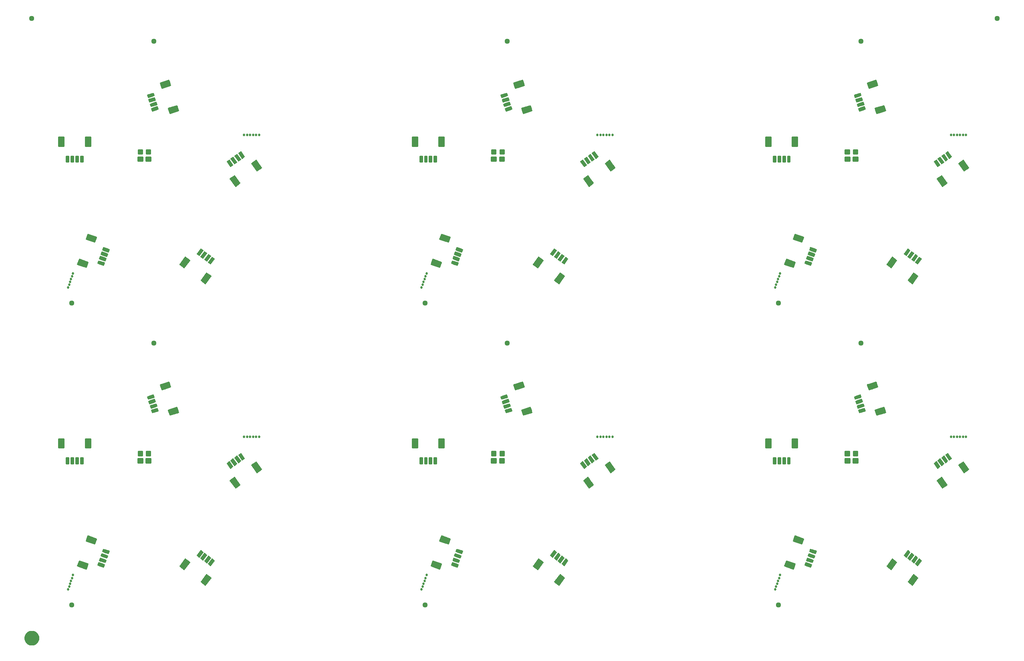
<source format=gts>
G04 EAGLE Gerber RS-274X export*
G75*
%MOMM*%
%FSLAX34Y34*%
%LPD*%
%INSoldermask Top*%
%IPPOS*%
%AMOC8*
5,1,8,0,0,1.08239X$1,22.5*%
G01*
%ADD10C,0.527000*%
%ADD11C,0.225588*%
%ADD12C,0.225369*%
%ADD13C,0.428259*%
%ADD14C,0.225400*%
%ADD15C,1.127000*%
%ADD16C,1.270000*%
%ADD17C,1.627000*%


D10*
X528688Y405773D03*
X535038Y405773D03*
X541388Y405773D03*
X547738Y405773D03*
X554088Y405773D03*
X560438Y405773D03*
X157076Y82910D03*
X159143Y88914D03*
X161210Y94918D03*
X163278Y100922D03*
X165345Y106926D03*
X167412Y112930D03*
X1275779Y405773D03*
X1282129Y405773D03*
X1288479Y405773D03*
X1294829Y405773D03*
X1301179Y405773D03*
X1307529Y405773D03*
X904166Y82910D03*
X906233Y88914D03*
X908301Y94918D03*
X910368Y100922D03*
X912435Y106926D03*
X914503Y112930D03*
X2022894Y405773D03*
X2029244Y405773D03*
X2035594Y405773D03*
X2041944Y405773D03*
X2048294Y405773D03*
X2054644Y405773D03*
X1651281Y82910D03*
X1653349Y88914D03*
X1655416Y94918D03*
X1657483Y100922D03*
X1659551Y106926D03*
X1661618Y112930D03*
X528688Y1043771D03*
X535038Y1043770D03*
X541388Y1043771D03*
X547738Y1043771D03*
X554088Y1043771D03*
X560438Y1043770D03*
X157076Y720907D03*
X159143Y726911D03*
X161210Y732915D03*
X163278Y738919D03*
X165345Y744923D03*
X167412Y750927D03*
X1275779Y1043771D03*
X1282129Y1043770D03*
X1288479Y1043771D03*
X1294829Y1043771D03*
X1301179Y1043771D03*
X1307529Y1043770D03*
X904166Y720907D03*
X906233Y726911D03*
X908301Y732915D03*
X910368Y738919D03*
X912435Y744923D03*
X914503Y750927D03*
X2022894Y1043771D03*
X2029244Y1043770D03*
X2035594Y1043771D03*
X2041944Y1043771D03*
X2048294Y1043771D03*
X2054644Y1043770D03*
X1651281Y720907D03*
X1653349Y726911D03*
X1655416Y732915D03*
X1657483Y738919D03*
X1659551Y744923D03*
X1661618Y750927D03*
D11*
X198681Y195974D02*
X195096Y185561D01*
X198681Y195974D02*
X216658Y189783D01*
X213073Y179370D01*
X195096Y185561D01*
X206850Y181513D02*
X213811Y181513D01*
X214549Y183656D02*
X200628Y183656D01*
X195178Y185799D02*
X215286Y185799D01*
X216024Y187942D02*
X195916Y187942D01*
X196654Y190085D02*
X215781Y190085D01*
X209558Y192228D02*
X197391Y192228D01*
X198129Y194371D02*
X203336Y194371D01*
X180449Y143025D02*
X176864Y132612D01*
X180449Y143025D02*
X198426Y136834D01*
X194841Y126421D01*
X176864Y132612D01*
X188618Y128564D02*
X195579Y128564D01*
X196317Y130707D02*
X182396Y130707D01*
X176946Y132850D02*
X197054Y132850D01*
X197792Y134993D02*
X177684Y134993D01*
X178422Y137136D02*
X197549Y137136D01*
X191326Y139279D02*
X179159Y139279D01*
X179897Y141422D02*
X185104Y141422D01*
D12*
X229659Y163083D02*
X231292Y167824D01*
X243125Y163749D01*
X241492Y159008D01*
X229659Y163083D01*
X235275Y161149D02*
X242229Y161149D01*
X242967Y163290D02*
X229730Y163290D01*
X230468Y165431D02*
X238241Y165431D01*
X232024Y167572D02*
X231205Y167572D01*
X228036Y158369D02*
X226403Y153628D01*
X228036Y158369D02*
X239869Y154294D01*
X238236Y149553D01*
X226403Y153628D01*
X232019Y151694D02*
X238973Y151694D01*
X239711Y153835D02*
X226474Y153835D01*
X227212Y155976D02*
X234985Y155976D01*
X228768Y158117D02*
X227949Y158117D01*
X224781Y148914D02*
X223148Y144173D01*
X224781Y148914D02*
X236614Y144839D01*
X234981Y140098D01*
X223148Y144173D01*
X228764Y142239D02*
X235718Y142239D01*
X236456Y144380D02*
X223219Y144380D01*
X223957Y146521D02*
X231730Y146521D01*
X225513Y148662D02*
X224694Y148662D01*
X221525Y139459D02*
X219892Y134718D01*
X221525Y139459D02*
X233358Y135384D01*
X231725Y130643D01*
X219892Y134718D01*
X225508Y132784D02*
X232462Y132784D01*
X233200Y134925D02*
X219963Y134925D01*
X220701Y137066D02*
X228474Y137066D01*
X222257Y139207D02*
X221438Y139207D01*
D11*
X392960Y131981D02*
X401813Y125430D01*
X392960Y131981D02*
X404269Y147264D01*
X413122Y140713D01*
X401813Y125430D01*
X403399Y127573D02*
X398917Y127573D01*
X396021Y129716D02*
X404985Y129716D01*
X406570Y131859D02*
X393125Y131859D01*
X394455Y134002D02*
X408156Y134002D01*
X409742Y136145D02*
X396041Y136145D01*
X397627Y138288D02*
X411328Y138288D01*
X412913Y140431D02*
X399213Y140431D01*
X400799Y142574D02*
X410607Y142574D01*
X407711Y144717D02*
X402384Y144717D01*
X403970Y146860D02*
X404815Y146860D01*
X437976Y98671D02*
X446829Y92120D01*
X437976Y98671D02*
X449285Y113954D01*
X458138Y107403D01*
X446829Y92120D01*
X448415Y94263D02*
X443933Y94263D01*
X441037Y96406D02*
X450001Y96406D01*
X451586Y98549D02*
X438141Y98549D01*
X439471Y100692D02*
X453172Y100692D01*
X454758Y102835D02*
X441057Y102835D01*
X442643Y104978D02*
X456344Y104978D01*
X457929Y107121D02*
X444229Y107121D01*
X445815Y109264D02*
X455623Y109264D01*
X452727Y111407D02*
X447400Y111407D01*
X448986Y113550D02*
X449831Y113550D01*
D12*
X433644Y151634D02*
X429612Y154618D01*
X437056Y164678D01*
X441088Y161694D01*
X433644Y151634D01*
X435228Y153775D02*
X430751Y153775D01*
X430572Y155916D02*
X436813Y155916D01*
X438397Y158057D02*
X432157Y158057D01*
X433741Y160198D02*
X439981Y160198D01*
X440216Y162339D02*
X435325Y162339D01*
X436909Y164480D02*
X437324Y164480D01*
X437651Y148669D02*
X441683Y145685D01*
X437651Y148669D02*
X445095Y158729D01*
X449127Y155745D01*
X441683Y145685D01*
X443267Y147826D02*
X438790Y147826D01*
X438611Y149967D02*
X444852Y149967D01*
X446436Y152108D02*
X440196Y152108D01*
X441780Y154249D02*
X448020Y154249D01*
X448255Y156390D02*
X443364Y156390D01*
X444948Y158531D02*
X445363Y158531D01*
X445690Y142721D02*
X449722Y139737D01*
X445690Y142721D02*
X453134Y152781D01*
X457166Y149797D01*
X449722Y139737D01*
X451306Y141878D02*
X446829Y141878D01*
X446650Y144019D02*
X452891Y144019D01*
X454475Y146160D02*
X448235Y146160D01*
X449819Y148301D02*
X456059Y148301D01*
X456294Y150442D02*
X451403Y150442D01*
X452987Y152583D02*
X453402Y152583D01*
X453728Y136773D02*
X457760Y133789D01*
X453728Y136773D02*
X461172Y146833D01*
X465204Y143849D01*
X457760Y133789D01*
X459344Y135930D02*
X454867Y135930D01*
X454688Y138071D02*
X460929Y138071D01*
X462513Y140212D02*
X456273Y140212D01*
X457857Y142353D02*
X464097Y142353D01*
X464332Y144494D02*
X459441Y144494D01*
X461025Y146635D02*
X461440Y146635D01*
D11*
X510491Y297858D02*
X519458Y304254D01*
X510491Y297858D02*
X499450Y313336D01*
X508417Y319732D01*
X519458Y304254D01*
X513495Y300001D02*
X508962Y300001D01*
X507434Y302144D02*
X516500Y302144D01*
X519434Y304287D02*
X505905Y304287D01*
X504376Y306430D02*
X517906Y306430D01*
X516377Y308573D02*
X502848Y308573D01*
X501319Y310716D02*
X514848Y310716D01*
X513320Y312859D02*
X499790Y312859D01*
X501786Y315002D02*
X511791Y315002D01*
X510262Y317145D02*
X504790Y317145D01*
X507795Y319288D02*
X508734Y319288D01*
X556082Y330377D02*
X565049Y336773D01*
X556082Y330377D02*
X545041Y345855D01*
X554008Y352251D01*
X565049Y336773D01*
X559086Y332520D02*
X554553Y332520D01*
X553025Y334663D02*
X562091Y334663D01*
X565025Y336806D02*
X551496Y336806D01*
X549967Y338949D02*
X563497Y338949D01*
X561968Y341092D02*
X548439Y341092D01*
X546910Y343235D02*
X560439Y343235D01*
X558911Y345378D02*
X545381Y345378D01*
X547377Y347521D02*
X557382Y347521D01*
X555853Y349664D02*
X550381Y349664D01*
X553386Y351807D02*
X554325Y351807D01*
D12*
X504372Y342625D02*
X500289Y339712D01*
X493022Y349901D01*
X497105Y352814D01*
X504372Y342625D01*
X503290Y341853D02*
X498762Y341853D01*
X497235Y343994D02*
X503396Y343994D01*
X501869Y346135D02*
X495708Y346135D01*
X494181Y348276D02*
X500342Y348276D01*
X498815Y350417D02*
X493745Y350417D01*
X496746Y352558D02*
X497288Y352558D01*
X508430Y345519D02*
X512513Y348432D01*
X508430Y345519D02*
X501163Y355708D01*
X505246Y358621D01*
X512513Y348432D01*
X511431Y347660D02*
X506903Y347660D01*
X505376Y349801D02*
X511537Y349801D01*
X510010Y351942D02*
X503849Y351942D01*
X502322Y354083D02*
X508483Y354083D01*
X506956Y356224D02*
X501886Y356224D01*
X504887Y358365D02*
X505429Y358365D01*
X516571Y351326D02*
X520654Y354239D01*
X516571Y351326D02*
X509304Y361515D01*
X513387Y364428D01*
X520654Y354239D01*
X519572Y353467D02*
X515044Y353467D01*
X513517Y355608D02*
X519678Y355608D01*
X518151Y357749D02*
X511990Y357749D01*
X510463Y359890D02*
X516624Y359890D01*
X515097Y362031D02*
X510027Y362031D01*
X513028Y364172D02*
X513570Y364172D01*
X524712Y357133D02*
X528795Y360046D01*
X524712Y357133D02*
X517445Y367322D01*
X521528Y370235D01*
X528795Y360046D01*
X527713Y359274D02*
X523185Y359274D01*
X521658Y361415D02*
X527819Y361415D01*
X526292Y363556D02*
X520131Y363556D01*
X518604Y365697D02*
X524765Y365697D01*
X523238Y367838D02*
X518168Y367838D01*
X521169Y369979D02*
X521711Y369979D01*
D11*
X204056Y401230D02*
X193042Y401230D01*
X204056Y401230D02*
X204056Y382216D01*
X193042Y382216D01*
X193042Y401230D01*
X193042Y384359D02*
X204056Y384359D01*
X204056Y386502D02*
X193042Y386502D01*
X193042Y388645D02*
X204056Y388645D01*
X204056Y390788D02*
X193042Y390788D01*
X193042Y392931D02*
X204056Y392931D01*
X204056Y395074D02*
X193042Y395074D01*
X193042Y397217D02*
X204056Y397217D01*
X204056Y399360D02*
X193042Y399360D01*
X148056Y401230D02*
X137042Y401230D01*
X148056Y401230D02*
X148056Y382216D01*
X137042Y382216D01*
X137042Y401230D01*
X137042Y384359D02*
X148056Y384359D01*
X148056Y386502D02*
X137042Y386502D01*
X137042Y388645D02*
X148056Y388645D01*
X148056Y390788D02*
X137042Y390788D01*
X137042Y392931D02*
X148056Y392931D01*
X148056Y395074D02*
X137042Y395074D01*
X137042Y397217D02*
X148056Y397217D01*
X148056Y399360D02*
X137042Y399360D01*
D12*
X183041Y361231D02*
X188057Y361231D01*
X188057Y348715D01*
X183041Y348715D01*
X183041Y361231D01*
X183041Y350856D02*
X188057Y350856D01*
X188057Y352997D02*
X183041Y352997D01*
X183041Y355138D02*
X188057Y355138D01*
X188057Y357279D02*
X183041Y357279D01*
X183041Y359420D02*
X188057Y359420D01*
X178057Y361231D02*
X173041Y361231D01*
X178057Y361231D02*
X178057Y348715D01*
X173041Y348715D01*
X173041Y361231D01*
X173041Y350856D02*
X178057Y350856D01*
X178057Y352997D02*
X173041Y352997D01*
X173041Y355138D02*
X178057Y355138D01*
X178057Y357279D02*
X173041Y357279D01*
X173041Y359420D02*
X178057Y359420D01*
X168057Y361231D02*
X163041Y361231D01*
X168057Y361231D02*
X168057Y348715D01*
X163041Y348715D01*
X163041Y361231D01*
X163041Y350856D02*
X168057Y350856D01*
X168057Y352997D02*
X163041Y352997D01*
X163041Y355138D02*
X168057Y355138D01*
X168057Y357279D02*
X163041Y357279D01*
X163041Y359420D02*
X168057Y359420D01*
X158057Y361231D02*
X153041Y361231D01*
X158057Y361231D02*
X158057Y348715D01*
X153041Y348715D01*
X153041Y361231D01*
X153041Y350856D02*
X158057Y350856D01*
X158057Y352997D02*
X153041Y352997D01*
X153041Y355138D02*
X158057Y355138D01*
X158057Y357279D02*
X153041Y357279D01*
X153041Y359420D02*
X158057Y359420D01*
D13*
X323144Y366719D02*
X323144Y373707D01*
X330132Y373707D01*
X330132Y366719D01*
X323144Y366719D01*
X323144Y370788D02*
X330132Y370788D01*
X305604Y373707D02*
X305604Y366719D01*
X305604Y373707D02*
X312592Y373707D01*
X312592Y366719D01*
X305604Y366719D01*
X305604Y370788D02*
X312592Y370788D01*
D14*
X314376Y350465D02*
X304360Y350465D01*
X304360Y359481D01*
X314376Y359481D01*
X314376Y350465D01*
X314376Y352606D02*
X304360Y352606D01*
X304360Y354747D02*
X314376Y354747D01*
X314376Y356888D02*
X304360Y356888D01*
X304360Y359029D02*
X314376Y359029D01*
X321360Y350465D02*
X331376Y350465D01*
X321360Y350465D02*
X321360Y359481D01*
X331376Y359481D01*
X331376Y350465D01*
X331376Y352606D02*
X321360Y352606D01*
X321360Y354747D02*
X331376Y354747D01*
X331376Y356888D02*
X321360Y356888D01*
X321360Y359029D02*
X331376Y359029D01*
D15*
X164198Y50173D03*
X338188Y603893D03*
D11*
X386515Y467991D02*
X389808Y457482D01*
X371665Y451797D01*
X368372Y462306D01*
X386515Y467991D01*
X378504Y453940D02*
X370993Y453940D01*
X370322Y456083D02*
X385343Y456083D01*
X389575Y458226D02*
X369650Y458226D01*
X368979Y460369D02*
X388903Y460369D01*
X388232Y462512D02*
X369029Y462512D01*
X375869Y464655D02*
X387560Y464655D01*
X386889Y466798D02*
X382708Y466798D01*
X373062Y510920D02*
X369769Y521429D01*
X373062Y510920D02*
X354919Y505235D01*
X351626Y515744D01*
X369769Y521429D01*
X361758Y507378D02*
X354247Y507378D01*
X353576Y509521D02*
X368597Y509521D01*
X372829Y511664D02*
X352904Y511664D01*
X352233Y513807D02*
X372157Y513807D01*
X371486Y515950D02*
X352283Y515950D01*
X359123Y518093D02*
X370814Y518093D01*
X370143Y520236D02*
X365962Y520236D01*
D12*
X345355Y465574D02*
X346855Y460789D01*
X334913Y457046D01*
X333413Y461831D01*
X345355Y465574D01*
X341744Y459187D02*
X334242Y459187D01*
X333571Y461328D02*
X346686Y461328D01*
X346015Y463469D02*
X338639Y463469D01*
X343865Y470331D02*
X342365Y475116D01*
X343865Y470331D02*
X331923Y466588D01*
X330423Y471373D01*
X342365Y475116D01*
X338754Y468729D02*
X331252Y468729D01*
X330581Y470870D02*
X343696Y470870D01*
X343025Y473011D02*
X335649Y473011D01*
X340874Y479874D02*
X339374Y484659D01*
X340874Y479874D02*
X328932Y476131D01*
X327432Y480916D01*
X339374Y484659D01*
X335763Y478272D02*
X328261Y478272D01*
X327590Y480413D02*
X340705Y480413D01*
X340034Y482554D02*
X332658Y482554D01*
X337884Y489416D02*
X336384Y494201D01*
X337884Y489416D02*
X325942Y485673D01*
X324442Y490458D01*
X336384Y494201D01*
X332773Y487814D02*
X325271Y487814D01*
X324600Y489955D02*
X337715Y489955D01*
X337044Y492096D02*
X329668Y492096D01*
D11*
X945771Y195974D02*
X942186Y185561D01*
X945771Y195974D02*
X963748Y189783D01*
X960163Y179370D01*
X942186Y185561D01*
X953940Y181513D02*
X960901Y181513D01*
X961639Y183656D02*
X947718Y183656D01*
X942268Y185799D02*
X962376Y185799D01*
X963114Y187942D02*
X943006Y187942D01*
X943744Y190085D02*
X962871Y190085D01*
X956648Y192228D02*
X944481Y192228D01*
X945219Y194371D02*
X950426Y194371D01*
X927539Y143025D02*
X923954Y132612D01*
X927539Y143025D02*
X945516Y136834D01*
X941931Y126421D01*
X923954Y132612D01*
X935708Y128564D02*
X942669Y128564D01*
X943407Y130707D02*
X929486Y130707D01*
X924036Y132850D02*
X944144Y132850D01*
X944882Y134993D02*
X924774Y134993D01*
X925512Y137136D02*
X944639Y137136D01*
X938416Y139279D02*
X926249Y139279D01*
X926987Y141422D02*
X932194Y141422D01*
D12*
X976749Y163083D02*
X978382Y167824D01*
X990215Y163749D01*
X988582Y159008D01*
X976749Y163083D01*
X982365Y161149D02*
X989319Y161149D01*
X990057Y163290D02*
X976820Y163290D01*
X977558Y165431D02*
X985331Y165431D01*
X979114Y167572D02*
X978295Y167572D01*
X975126Y158369D02*
X973493Y153628D01*
X975126Y158369D02*
X986959Y154294D01*
X985326Y149553D01*
X973493Y153628D01*
X979109Y151694D02*
X986063Y151694D01*
X986801Y153835D02*
X973564Y153835D01*
X974302Y155976D02*
X982075Y155976D01*
X975858Y158117D02*
X975039Y158117D01*
X971871Y148914D02*
X970238Y144173D01*
X971871Y148914D02*
X983704Y144839D01*
X982071Y140098D01*
X970238Y144173D01*
X975854Y142239D02*
X982808Y142239D01*
X983546Y144380D02*
X970309Y144380D01*
X971047Y146521D02*
X978820Y146521D01*
X972603Y148662D02*
X971784Y148662D01*
X968615Y139459D02*
X966982Y134718D01*
X968615Y139459D02*
X980448Y135384D01*
X978815Y130643D01*
X966982Y134718D01*
X972598Y132784D02*
X979552Y132784D01*
X980290Y134925D02*
X967053Y134925D01*
X967791Y137066D02*
X975564Y137066D01*
X969347Y139207D02*
X968528Y139207D01*
D11*
X1140050Y131981D02*
X1148903Y125430D01*
X1140050Y131981D02*
X1151359Y147264D01*
X1160212Y140713D01*
X1148903Y125430D01*
X1150489Y127573D02*
X1146007Y127573D01*
X1143111Y129716D02*
X1152075Y129716D01*
X1153660Y131859D02*
X1140215Y131859D01*
X1141545Y134002D02*
X1155246Y134002D01*
X1156832Y136145D02*
X1143131Y136145D01*
X1144717Y138288D02*
X1158418Y138288D01*
X1160003Y140431D02*
X1146303Y140431D01*
X1147889Y142574D02*
X1157697Y142574D01*
X1154801Y144717D02*
X1149474Y144717D01*
X1151060Y146860D02*
X1151905Y146860D01*
X1185066Y98671D02*
X1193919Y92120D01*
X1185066Y98671D02*
X1196375Y113954D01*
X1205228Y107403D01*
X1193919Y92120D01*
X1195505Y94263D02*
X1191023Y94263D01*
X1188127Y96406D02*
X1197091Y96406D01*
X1198676Y98549D02*
X1185231Y98549D01*
X1186561Y100692D02*
X1200262Y100692D01*
X1201848Y102835D02*
X1188147Y102835D01*
X1189733Y104978D02*
X1203434Y104978D01*
X1205019Y107121D02*
X1191319Y107121D01*
X1192905Y109264D02*
X1202713Y109264D01*
X1199817Y111407D02*
X1194490Y111407D01*
X1196076Y113550D02*
X1196921Y113550D01*
D12*
X1180735Y151634D02*
X1176703Y154618D01*
X1184147Y164678D01*
X1188179Y161694D01*
X1180735Y151634D01*
X1182319Y153775D02*
X1177842Y153775D01*
X1177663Y155916D02*
X1183904Y155916D01*
X1185488Y158057D02*
X1179248Y158057D01*
X1180832Y160198D02*
X1187072Y160198D01*
X1187307Y162339D02*
X1182416Y162339D01*
X1184000Y164480D02*
X1184415Y164480D01*
X1184741Y148669D02*
X1188773Y145685D01*
X1184741Y148669D02*
X1192185Y158729D01*
X1196217Y155745D01*
X1188773Y145685D01*
X1190357Y147826D02*
X1185880Y147826D01*
X1185701Y149967D02*
X1191942Y149967D01*
X1193526Y152108D02*
X1187286Y152108D01*
X1188870Y154249D02*
X1195110Y154249D01*
X1195345Y156390D02*
X1190454Y156390D01*
X1192038Y158531D02*
X1192453Y158531D01*
X1192780Y142721D02*
X1196812Y139737D01*
X1192780Y142721D02*
X1200224Y152781D01*
X1204256Y149797D01*
X1196812Y139737D01*
X1198396Y141878D02*
X1193919Y141878D01*
X1193740Y144019D02*
X1199981Y144019D01*
X1201565Y146160D02*
X1195325Y146160D01*
X1196909Y148301D02*
X1203149Y148301D01*
X1203384Y150442D02*
X1198493Y150442D01*
X1200077Y152583D02*
X1200492Y152583D01*
X1200818Y136773D02*
X1204850Y133789D01*
X1200818Y136773D02*
X1208262Y146833D01*
X1212294Y143849D01*
X1204850Y133789D01*
X1206434Y135930D02*
X1201957Y135930D01*
X1201778Y138071D02*
X1208019Y138071D01*
X1209603Y140212D02*
X1203363Y140212D01*
X1204947Y142353D02*
X1211187Y142353D01*
X1211422Y144494D02*
X1206531Y144494D01*
X1208115Y146635D02*
X1208530Y146635D01*
D11*
X1257581Y297858D02*
X1266548Y304254D01*
X1257581Y297858D02*
X1246540Y313336D01*
X1255507Y319732D01*
X1266548Y304254D01*
X1260585Y300001D02*
X1256052Y300001D01*
X1254524Y302144D02*
X1263590Y302144D01*
X1266524Y304287D02*
X1252995Y304287D01*
X1251466Y306430D02*
X1264996Y306430D01*
X1263467Y308573D02*
X1249938Y308573D01*
X1248409Y310716D02*
X1261938Y310716D01*
X1260410Y312859D02*
X1246880Y312859D01*
X1248876Y315002D02*
X1258881Y315002D01*
X1257352Y317145D02*
X1251880Y317145D01*
X1254885Y319288D02*
X1255824Y319288D01*
X1303172Y330377D02*
X1312139Y336773D01*
X1303172Y330377D02*
X1292131Y345855D01*
X1301098Y352251D01*
X1312139Y336773D01*
X1306176Y332520D02*
X1301643Y332520D01*
X1300115Y334663D02*
X1309181Y334663D01*
X1312115Y336806D02*
X1298586Y336806D01*
X1297057Y338949D02*
X1310587Y338949D01*
X1309058Y341092D02*
X1295529Y341092D01*
X1294000Y343235D02*
X1307529Y343235D01*
X1306001Y345378D02*
X1292471Y345378D01*
X1294467Y347521D02*
X1304472Y347521D01*
X1302943Y349664D02*
X1297471Y349664D01*
X1300476Y351807D02*
X1301415Y351807D01*
D12*
X1251462Y342625D02*
X1247379Y339712D01*
X1240112Y349901D01*
X1244195Y352814D01*
X1251462Y342625D01*
X1250380Y341853D02*
X1245852Y341853D01*
X1244325Y343994D02*
X1250486Y343994D01*
X1248959Y346135D02*
X1242798Y346135D01*
X1241271Y348276D02*
X1247432Y348276D01*
X1245905Y350417D02*
X1240835Y350417D01*
X1243836Y352558D02*
X1244378Y352558D01*
X1255520Y345519D02*
X1259603Y348432D01*
X1255520Y345519D02*
X1248253Y355708D01*
X1252336Y358621D01*
X1259603Y348432D01*
X1258521Y347660D02*
X1253993Y347660D01*
X1252466Y349801D02*
X1258627Y349801D01*
X1257100Y351942D02*
X1250939Y351942D01*
X1249412Y354083D02*
X1255573Y354083D01*
X1254046Y356224D02*
X1248976Y356224D01*
X1251977Y358365D02*
X1252519Y358365D01*
X1263661Y351326D02*
X1267744Y354239D01*
X1263661Y351326D02*
X1256394Y361515D01*
X1260477Y364428D01*
X1267744Y354239D01*
X1266662Y353467D02*
X1262134Y353467D01*
X1260607Y355608D02*
X1266768Y355608D01*
X1265241Y357749D02*
X1259080Y357749D01*
X1257553Y359890D02*
X1263714Y359890D01*
X1262187Y362031D02*
X1257117Y362031D01*
X1260118Y364172D02*
X1260660Y364172D01*
X1271802Y357133D02*
X1275885Y360046D01*
X1271802Y357133D02*
X1264535Y367322D01*
X1268618Y370235D01*
X1275885Y360046D01*
X1274803Y359274D02*
X1270275Y359274D01*
X1268748Y361415D02*
X1274909Y361415D01*
X1273382Y363556D02*
X1267221Y363556D01*
X1265694Y365697D02*
X1271855Y365697D01*
X1270328Y367838D02*
X1265258Y367838D01*
X1268259Y369979D02*
X1268801Y369979D01*
D11*
X951146Y401230D02*
X940132Y401230D01*
X951146Y401230D02*
X951146Y382216D01*
X940132Y382216D01*
X940132Y401230D01*
X940132Y384359D02*
X951146Y384359D01*
X951146Y386502D02*
X940132Y386502D01*
X940132Y388645D02*
X951146Y388645D01*
X951146Y390788D02*
X940132Y390788D01*
X940132Y392931D02*
X951146Y392931D01*
X951146Y395074D02*
X940132Y395074D01*
X940132Y397217D02*
X951146Y397217D01*
X951146Y399360D02*
X940132Y399360D01*
X895146Y401230D02*
X884132Y401230D01*
X895146Y401230D02*
X895146Y382216D01*
X884132Y382216D01*
X884132Y401230D01*
X884132Y384359D02*
X895146Y384359D01*
X895146Y386502D02*
X884132Y386502D01*
X884132Y388645D02*
X895146Y388645D01*
X895146Y390788D02*
X884132Y390788D01*
X884132Y392931D02*
X895146Y392931D01*
X895146Y395074D02*
X884132Y395074D01*
X884132Y397217D02*
X895146Y397217D01*
X895146Y399360D02*
X884132Y399360D01*
D12*
X930131Y361231D02*
X935147Y361231D01*
X935147Y348715D01*
X930131Y348715D01*
X930131Y361231D01*
X930131Y350856D02*
X935147Y350856D01*
X935147Y352997D02*
X930131Y352997D01*
X930131Y355138D02*
X935147Y355138D01*
X935147Y357279D02*
X930131Y357279D01*
X930131Y359420D02*
X935147Y359420D01*
X925147Y361231D02*
X920131Y361231D01*
X925147Y361231D02*
X925147Y348715D01*
X920131Y348715D01*
X920131Y361231D01*
X920131Y350856D02*
X925147Y350856D01*
X925147Y352997D02*
X920131Y352997D01*
X920131Y355138D02*
X925147Y355138D01*
X925147Y357279D02*
X920131Y357279D01*
X920131Y359420D02*
X925147Y359420D01*
X915147Y361231D02*
X910131Y361231D01*
X915147Y361231D02*
X915147Y348715D01*
X910131Y348715D01*
X910131Y361231D01*
X910131Y350856D02*
X915147Y350856D01*
X915147Y352997D02*
X910131Y352997D01*
X910131Y355138D02*
X915147Y355138D01*
X915147Y357279D02*
X910131Y357279D01*
X910131Y359420D02*
X915147Y359420D01*
X905147Y361231D02*
X900131Y361231D01*
X905147Y361231D02*
X905147Y348715D01*
X900131Y348715D01*
X900131Y361231D01*
X900131Y350856D02*
X905147Y350856D01*
X905147Y352997D02*
X900131Y352997D01*
X900131Y355138D02*
X905147Y355138D01*
X905147Y357279D02*
X900131Y357279D01*
X900131Y359420D02*
X905147Y359420D01*
D13*
X1070235Y366719D02*
X1070235Y373707D01*
X1077223Y373707D01*
X1077223Y366719D01*
X1070235Y366719D01*
X1070235Y370788D02*
X1077223Y370788D01*
X1052695Y373707D02*
X1052695Y366719D01*
X1052695Y373707D02*
X1059683Y373707D01*
X1059683Y366719D01*
X1052695Y366719D01*
X1052695Y370788D02*
X1059683Y370788D01*
D14*
X1061467Y350465D02*
X1051451Y350465D01*
X1051451Y359481D01*
X1061467Y359481D01*
X1061467Y350465D01*
X1061467Y352606D02*
X1051451Y352606D01*
X1051451Y354747D02*
X1061467Y354747D01*
X1061467Y356888D02*
X1051451Y356888D01*
X1051451Y359029D02*
X1061467Y359029D01*
X1068451Y350465D02*
X1078467Y350465D01*
X1068451Y350465D02*
X1068451Y359481D01*
X1078467Y359481D01*
X1078467Y350465D01*
X1078467Y352606D02*
X1068451Y352606D01*
X1068451Y354747D02*
X1078467Y354747D01*
X1078467Y356888D02*
X1068451Y356888D01*
X1068451Y359029D02*
X1078467Y359029D01*
D15*
X911289Y50173D03*
X1085279Y603893D03*
D11*
X1133605Y467991D02*
X1136898Y457482D01*
X1118755Y451797D01*
X1115462Y462306D01*
X1133605Y467991D01*
X1125594Y453940D02*
X1118083Y453940D01*
X1117412Y456083D02*
X1132433Y456083D01*
X1136665Y458226D02*
X1116740Y458226D01*
X1116069Y460369D02*
X1135993Y460369D01*
X1135322Y462512D02*
X1116119Y462512D01*
X1122959Y464655D02*
X1134650Y464655D01*
X1133979Y466798D02*
X1129798Y466798D01*
X1120152Y510920D02*
X1116859Y521429D01*
X1120152Y510920D02*
X1102009Y505235D01*
X1098716Y515744D01*
X1116859Y521429D01*
X1108848Y507378D02*
X1101337Y507378D01*
X1100666Y509521D02*
X1115687Y509521D01*
X1119919Y511664D02*
X1099994Y511664D01*
X1099323Y513807D02*
X1119247Y513807D01*
X1118576Y515950D02*
X1099373Y515950D01*
X1106213Y518093D02*
X1117904Y518093D01*
X1117233Y520236D02*
X1113052Y520236D01*
D12*
X1092445Y465574D02*
X1093945Y460789D01*
X1082003Y457046D01*
X1080503Y461831D01*
X1092445Y465574D01*
X1088834Y459187D02*
X1081332Y459187D01*
X1080661Y461328D02*
X1093776Y461328D01*
X1093105Y463469D02*
X1085729Y463469D01*
X1090955Y470331D02*
X1089455Y475116D01*
X1090955Y470331D02*
X1079013Y466588D01*
X1077513Y471373D01*
X1089455Y475116D01*
X1085844Y468729D02*
X1078342Y468729D01*
X1077671Y470870D02*
X1090786Y470870D01*
X1090115Y473011D02*
X1082739Y473011D01*
X1087964Y479874D02*
X1086464Y484659D01*
X1087964Y479874D02*
X1076022Y476131D01*
X1074522Y480916D01*
X1086464Y484659D01*
X1082853Y478272D02*
X1075351Y478272D01*
X1074680Y480413D02*
X1087795Y480413D01*
X1087124Y482554D02*
X1079748Y482554D01*
X1084974Y489416D02*
X1083474Y494201D01*
X1084974Y489416D02*
X1073032Y485673D01*
X1071532Y490458D01*
X1083474Y494201D01*
X1079863Y487814D02*
X1072361Y487814D01*
X1071690Y489955D02*
X1084805Y489955D01*
X1084134Y492096D02*
X1076758Y492096D01*
D11*
X1692886Y195974D02*
X1689301Y185561D01*
X1692886Y195974D02*
X1710863Y189783D01*
X1707278Y179370D01*
X1689301Y185561D01*
X1701055Y181513D02*
X1708016Y181513D01*
X1708754Y183656D02*
X1694833Y183656D01*
X1689383Y185799D02*
X1709491Y185799D01*
X1710229Y187942D02*
X1690121Y187942D01*
X1690859Y190085D02*
X1709986Y190085D01*
X1703763Y192228D02*
X1691596Y192228D01*
X1692334Y194371D02*
X1697541Y194371D01*
X1674655Y143025D02*
X1671070Y132612D01*
X1674655Y143025D02*
X1692632Y136834D01*
X1689047Y126421D01*
X1671070Y132612D01*
X1682824Y128564D02*
X1689785Y128564D01*
X1690523Y130707D02*
X1676602Y130707D01*
X1671152Y132850D02*
X1691260Y132850D01*
X1691998Y134993D02*
X1671890Y134993D01*
X1672628Y137136D02*
X1691755Y137136D01*
X1685532Y139279D02*
X1673365Y139279D01*
X1674103Y141422D02*
X1679310Y141422D01*
D12*
X1723865Y163083D02*
X1725498Y167824D01*
X1737331Y163749D01*
X1735698Y159008D01*
X1723865Y163083D01*
X1729481Y161149D02*
X1736435Y161149D01*
X1737173Y163290D02*
X1723936Y163290D01*
X1724674Y165431D02*
X1732447Y165431D01*
X1726230Y167572D02*
X1725411Y167572D01*
X1722242Y158369D02*
X1720609Y153628D01*
X1722242Y158369D02*
X1734075Y154294D01*
X1732442Y149553D01*
X1720609Y153628D01*
X1726225Y151694D02*
X1733179Y151694D01*
X1733917Y153835D02*
X1720680Y153835D01*
X1721418Y155976D02*
X1729191Y155976D01*
X1722974Y158117D02*
X1722155Y158117D01*
X1718986Y148914D02*
X1717353Y144173D01*
X1718986Y148914D02*
X1730819Y144839D01*
X1729186Y140098D01*
X1717353Y144173D01*
X1722969Y142239D02*
X1729923Y142239D01*
X1730661Y144380D02*
X1717424Y144380D01*
X1718162Y146521D02*
X1725935Y146521D01*
X1719718Y148662D02*
X1718899Y148662D01*
X1715731Y139459D02*
X1714098Y134718D01*
X1715731Y139459D02*
X1727564Y135384D01*
X1725931Y130643D01*
X1714098Y134718D01*
X1719714Y132784D02*
X1726668Y132784D01*
X1727406Y134925D02*
X1714169Y134925D01*
X1714907Y137066D02*
X1722680Y137066D01*
X1716463Y139207D02*
X1715644Y139207D01*
D11*
X1887165Y131981D02*
X1896018Y125430D01*
X1887165Y131981D02*
X1898474Y147264D01*
X1907327Y140713D01*
X1896018Y125430D01*
X1897604Y127573D02*
X1893122Y127573D01*
X1890226Y129716D02*
X1899190Y129716D01*
X1900775Y131859D02*
X1887330Y131859D01*
X1888660Y134002D02*
X1902361Y134002D01*
X1903947Y136145D02*
X1890246Y136145D01*
X1891832Y138288D02*
X1905533Y138288D01*
X1907118Y140431D02*
X1893418Y140431D01*
X1895004Y142574D02*
X1904812Y142574D01*
X1901916Y144717D02*
X1896589Y144717D01*
X1898175Y146860D02*
X1899020Y146860D01*
X1932181Y98671D02*
X1941034Y92120D01*
X1932181Y98671D02*
X1943490Y113954D01*
X1952343Y107403D01*
X1941034Y92120D01*
X1942620Y94263D02*
X1938138Y94263D01*
X1935242Y96406D02*
X1944206Y96406D01*
X1945791Y98549D02*
X1932346Y98549D01*
X1933676Y100692D02*
X1947377Y100692D01*
X1948963Y102835D02*
X1935262Y102835D01*
X1936848Y104978D02*
X1950549Y104978D01*
X1952134Y107121D02*
X1938434Y107121D01*
X1940020Y109264D02*
X1949828Y109264D01*
X1946932Y111407D02*
X1941605Y111407D01*
X1943191Y113550D02*
X1944036Y113550D01*
D12*
X1927850Y151634D02*
X1923818Y154618D01*
X1931262Y164678D01*
X1935294Y161694D01*
X1927850Y151634D01*
X1929434Y153775D02*
X1924957Y153775D01*
X1924778Y155916D02*
X1931019Y155916D01*
X1932603Y158057D02*
X1926363Y158057D01*
X1927947Y160198D02*
X1934187Y160198D01*
X1934422Y162339D02*
X1929531Y162339D01*
X1931115Y164480D02*
X1931530Y164480D01*
X1931857Y148669D02*
X1935889Y145685D01*
X1931857Y148669D02*
X1939301Y158729D01*
X1943333Y155745D01*
X1935889Y145685D01*
X1937473Y147826D02*
X1932996Y147826D01*
X1932817Y149967D02*
X1939058Y149967D01*
X1940642Y152108D02*
X1934402Y152108D01*
X1935986Y154249D02*
X1942226Y154249D01*
X1942461Y156390D02*
X1937570Y156390D01*
X1939154Y158531D02*
X1939569Y158531D01*
X1939895Y142721D02*
X1943927Y139737D01*
X1939895Y142721D02*
X1947339Y152781D01*
X1951371Y149797D01*
X1943927Y139737D01*
X1945511Y141878D02*
X1941034Y141878D01*
X1940855Y144019D02*
X1947096Y144019D01*
X1948680Y146160D02*
X1942440Y146160D01*
X1944024Y148301D02*
X1950264Y148301D01*
X1950499Y150442D02*
X1945608Y150442D01*
X1947192Y152583D02*
X1947607Y152583D01*
X1947934Y136773D02*
X1951966Y133789D01*
X1947934Y136773D02*
X1955378Y146833D01*
X1959410Y143849D01*
X1951966Y133789D01*
X1953550Y135930D02*
X1949073Y135930D01*
X1948894Y138071D02*
X1955135Y138071D01*
X1956719Y140212D02*
X1950479Y140212D01*
X1952063Y142353D02*
X1958303Y142353D01*
X1958538Y144494D02*
X1953647Y144494D01*
X1955231Y146635D02*
X1955646Y146635D01*
D11*
X2004697Y297858D02*
X2013664Y304254D01*
X2004697Y297858D02*
X1993656Y313336D01*
X2002623Y319732D01*
X2013664Y304254D01*
X2007701Y300001D02*
X2003168Y300001D01*
X2001640Y302144D02*
X2010706Y302144D01*
X2013640Y304287D02*
X2000111Y304287D01*
X1998582Y306430D02*
X2012112Y306430D01*
X2010583Y308573D02*
X1997054Y308573D01*
X1995525Y310716D02*
X2009054Y310716D01*
X2007526Y312859D02*
X1993996Y312859D01*
X1995992Y315002D02*
X2005997Y315002D01*
X2004468Y317145D02*
X1998996Y317145D01*
X2002001Y319288D02*
X2002940Y319288D01*
X2050287Y330377D02*
X2059254Y336773D01*
X2050287Y330377D02*
X2039246Y345855D01*
X2048213Y352251D01*
X2059254Y336773D01*
X2053291Y332520D02*
X2048758Y332520D01*
X2047230Y334663D02*
X2056296Y334663D01*
X2059230Y336806D02*
X2045701Y336806D01*
X2044172Y338949D02*
X2057702Y338949D01*
X2056173Y341092D02*
X2042644Y341092D01*
X2041115Y343235D02*
X2054644Y343235D01*
X2053116Y345378D02*
X2039586Y345378D01*
X2041582Y347521D02*
X2051587Y347521D01*
X2050058Y349664D02*
X2044586Y349664D01*
X2047591Y351807D02*
X2048530Y351807D01*
D12*
X1998578Y342625D02*
X1994495Y339712D01*
X1987228Y349901D01*
X1991311Y352814D01*
X1998578Y342625D01*
X1997496Y341853D02*
X1992968Y341853D01*
X1991441Y343994D02*
X1997602Y343994D01*
X1996075Y346135D02*
X1989914Y346135D01*
X1988387Y348276D02*
X1994548Y348276D01*
X1993021Y350417D02*
X1987951Y350417D01*
X1990952Y352558D02*
X1991494Y352558D01*
X2002636Y345519D02*
X2006719Y348432D01*
X2002636Y345519D02*
X1995369Y355708D01*
X1999452Y358621D01*
X2006719Y348432D01*
X2005637Y347660D02*
X2001109Y347660D01*
X1999582Y349801D02*
X2005743Y349801D01*
X2004216Y351942D02*
X1998055Y351942D01*
X1996528Y354083D02*
X2002689Y354083D01*
X2001162Y356224D02*
X1996092Y356224D01*
X1999093Y358365D02*
X1999635Y358365D01*
X2010777Y351326D02*
X2014860Y354239D01*
X2010777Y351326D02*
X2003510Y361515D01*
X2007593Y364428D01*
X2014860Y354239D01*
X2013778Y353467D02*
X2009250Y353467D01*
X2007723Y355608D02*
X2013884Y355608D01*
X2012357Y357749D02*
X2006196Y357749D01*
X2004669Y359890D02*
X2010830Y359890D01*
X2009303Y362031D02*
X2004233Y362031D01*
X2007234Y364172D02*
X2007776Y364172D01*
X2018918Y357133D02*
X2023001Y360046D01*
X2018918Y357133D02*
X2011651Y367322D01*
X2015734Y370235D01*
X2023001Y360046D01*
X2021919Y359274D02*
X2017391Y359274D01*
X2015864Y361415D02*
X2022025Y361415D01*
X2020498Y363556D02*
X2014337Y363556D01*
X2012810Y365697D02*
X2018971Y365697D01*
X2017444Y367838D02*
X2012374Y367838D01*
X2015375Y369979D02*
X2015917Y369979D01*
D11*
X1698261Y401230D02*
X1687247Y401230D01*
X1698261Y401230D02*
X1698261Y382216D01*
X1687247Y382216D01*
X1687247Y401230D01*
X1687247Y384359D02*
X1698261Y384359D01*
X1698261Y386502D02*
X1687247Y386502D01*
X1687247Y388645D02*
X1698261Y388645D01*
X1698261Y390788D02*
X1687247Y390788D01*
X1687247Y392931D02*
X1698261Y392931D01*
X1698261Y395074D02*
X1687247Y395074D01*
X1687247Y397217D02*
X1698261Y397217D01*
X1698261Y399360D02*
X1687247Y399360D01*
X1642261Y401230D02*
X1631247Y401230D01*
X1642261Y401230D02*
X1642261Y382216D01*
X1631247Y382216D01*
X1631247Y401230D01*
X1631247Y384359D02*
X1642261Y384359D01*
X1642261Y386502D02*
X1631247Y386502D01*
X1631247Y388645D02*
X1642261Y388645D01*
X1642261Y390788D02*
X1631247Y390788D01*
X1631247Y392931D02*
X1642261Y392931D01*
X1642261Y395074D02*
X1631247Y395074D01*
X1631247Y397217D02*
X1642261Y397217D01*
X1642261Y399360D02*
X1631247Y399360D01*
D12*
X1677246Y361231D02*
X1682262Y361231D01*
X1682262Y348715D01*
X1677246Y348715D01*
X1677246Y361231D01*
X1677246Y350856D02*
X1682262Y350856D01*
X1682262Y352997D02*
X1677246Y352997D01*
X1677246Y355138D02*
X1682262Y355138D01*
X1682262Y357279D02*
X1677246Y357279D01*
X1677246Y359420D02*
X1682262Y359420D01*
X1672262Y361231D02*
X1667246Y361231D01*
X1672262Y361231D02*
X1672262Y348715D01*
X1667246Y348715D01*
X1667246Y361231D01*
X1667246Y350856D02*
X1672262Y350856D01*
X1672262Y352997D02*
X1667246Y352997D01*
X1667246Y355138D02*
X1672262Y355138D01*
X1672262Y357279D02*
X1667246Y357279D01*
X1667246Y359420D02*
X1672262Y359420D01*
X1662262Y361231D02*
X1657246Y361231D01*
X1662262Y361231D02*
X1662262Y348715D01*
X1657246Y348715D01*
X1657246Y361231D01*
X1657246Y350856D02*
X1662262Y350856D01*
X1662262Y352997D02*
X1657246Y352997D01*
X1657246Y355138D02*
X1662262Y355138D01*
X1662262Y357279D02*
X1657246Y357279D01*
X1657246Y359420D02*
X1662262Y359420D01*
X1652262Y361231D02*
X1647246Y361231D01*
X1652262Y361231D02*
X1652262Y348715D01*
X1647246Y348715D01*
X1647246Y361231D01*
X1647246Y350856D02*
X1652262Y350856D01*
X1652262Y352997D02*
X1647246Y352997D01*
X1647246Y355138D02*
X1652262Y355138D01*
X1652262Y357279D02*
X1647246Y357279D01*
X1647246Y359420D02*
X1652262Y359420D01*
D13*
X1817350Y366719D02*
X1817350Y373707D01*
X1824338Y373707D01*
X1824338Y366719D01*
X1817350Y366719D01*
X1817350Y370788D02*
X1824338Y370788D01*
X1799810Y373707D02*
X1799810Y366719D01*
X1799810Y373707D02*
X1806798Y373707D01*
X1806798Y366719D01*
X1799810Y366719D01*
X1799810Y370788D02*
X1806798Y370788D01*
D14*
X1808582Y350465D02*
X1798566Y350465D01*
X1798566Y359481D01*
X1808582Y359481D01*
X1808582Y350465D01*
X1808582Y352606D02*
X1798566Y352606D01*
X1798566Y354747D02*
X1808582Y354747D01*
X1808582Y356888D02*
X1798566Y356888D01*
X1798566Y359029D02*
X1808582Y359029D01*
X1815566Y350465D02*
X1825582Y350465D01*
X1815566Y350465D02*
X1815566Y359481D01*
X1825582Y359481D01*
X1825582Y350465D01*
X1825582Y352606D02*
X1815566Y352606D01*
X1815566Y354747D02*
X1825582Y354747D01*
X1825582Y356888D02*
X1815566Y356888D01*
X1815566Y359029D02*
X1825582Y359029D01*
D15*
X1658404Y50173D03*
X1832394Y603893D03*
D11*
X1880721Y467991D02*
X1884014Y457482D01*
X1865871Y451797D01*
X1862578Y462306D01*
X1880721Y467991D01*
X1872710Y453940D02*
X1865199Y453940D01*
X1864528Y456083D02*
X1879549Y456083D01*
X1883781Y458226D02*
X1863856Y458226D01*
X1863185Y460369D02*
X1883109Y460369D01*
X1882438Y462512D02*
X1863235Y462512D01*
X1870075Y464655D02*
X1881766Y464655D01*
X1881095Y466798D02*
X1876914Y466798D01*
X1867267Y510920D02*
X1863974Y521429D01*
X1867267Y510920D02*
X1849124Y505235D01*
X1845831Y515744D01*
X1863974Y521429D01*
X1855963Y507378D02*
X1848452Y507378D01*
X1847781Y509521D02*
X1862802Y509521D01*
X1867034Y511664D02*
X1847109Y511664D01*
X1846438Y513807D02*
X1866362Y513807D01*
X1865691Y515950D02*
X1846488Y515950D01*
X1853328Y518093D02*
X1865019Y518093D01*
X1864348Y520236D02*
X1860167Y520236D01*
D12*
X1839561Y465574D02*
X1841061Y460789D01*
X1829119Y457046D01*
X1827619Y461831D01*
X1839561Y465574D01*
X1835950Y459187D02*
X1828448Y459187D01*
X1827777Y461328D02*
X1840892Y461328D01*
X1840221Y463469D02*
X1832845Y463469D01*
X1838070Y470331D02*
X1836570Y475116D01*
X1838070Y470331D02*
X1826128Y466588D01*
X1824628Y471373D01*
X1836570Y475116D01*
X1832959Y468729D02*
X1825457Y468729D01*
X1824786Y470870D02*
X1837901Y470870D01*
X1837230Y473011D02*
X1829854Y473011D01*
X1835080Y479874D02*
X1833580Y484659D01*
X1835080Y479874D02*
X1823138Y476131D01*
X1821638Y480916D01*
X1833580Y484659D01*
X1829969Y478272D02*
X1822467Y478272D01*
X1821796Y480413D02*
X1834911Y480413D01*
X1834240Y482554D02*
X1826864Y482554D01*
X1832090Y489416D02*
X1830590Y494201D01*
X1832090Y489416D02*
X1820148Y485673D01*
X1818648Y490458D01*
X1830590Y494201D01*
X1826979Y487814D02*
X1819477Y487814D01*
X1818806Y489955D02*
X1831921Y489955D01*
X1831250Y492096D02*
X1823874Y492096D01*
D11*
X198681Y833972D02*
X195096Y823559D01*
X198681Y833972D02*
X216658Y827781D01*
X213073Y817368D01*
X195096Y823559D01*
X206850Y819511D02*
X213811Y819511D01*
X214549Y821654D02*
X200628Y821654D01*
X195178Y823797D02*
X215286Y823797D01*
X216024Y825940D02*
X195916Y825940D01*
X196654Y828083D02*
X215781Y828083D01*
X209558Y830226D02*
X197391Y830226D01*
X198129Y832369D02*
X203336Y832369D01*
X180449Y781023D02*
X176864Y770610D01*
X180449Y781023D02*
X198426Y774832D01*
X194841Y764419D01*
X176864Y770610D01*
X188618Y766562D02*
X195579Y766562D01*
X196317Y768705D02*
X182396Y768705D01*
X176946Y770848D02*
X197054Y770848D01*
X197792Y772991D02*
X177684Y772991D01*
X178422Y775134D02*
X197549Y775134D01*
X191326Y777277D02*
X179159Y777277D01*
X179897Y779420D02*
X185104Y779420D01*
D12*
X229659Y801080D02*
X231292Y805821D01*
X243125Y801746D01*
X241492Y797005D01*
X229659Y801080D01*
X235275Y799146D02*
X242229Y799146D01*
X242967Y801287D02*
X229730Y801287D01*
X230468Y803428D02*
X238241Y803428D01*
X232024Y805569D02*
X231205Y805569D01*
X228036Y796366D02*
X226403Y791625D01*
X228036Y796366D02*
X239869Y792291D01*
X238236Y787550D01*
X226403Y791625D01*
X232019Y789691D02*
X238973Y789691D01*
X239711Y791832D02*
X226474Y791832D01*
X227212Y793973D02*
X234985Y793973D01*
X228768Y796114D02*
X227949Y796114D01*
X224781Y786911D02*
X223148Y782170D01*
X224781Y786911D02*
X236614Y782836D01*
X234981Y778095D01*
X223148Y782170D01*
X228764Y780236D02*
X235718Y780236D01*
X236456Y782377D02*
X223219Y782377D01*
X223957Y784518D02*
X231730Y784518D01*
X225513Y786659D02*
X224694Y786659D01*
X221525Y777456D02*
X219892Y772715D01*
X221525Y777456D02*
X233358Y773381D01*
X231725Y768640D01*
X219892Y772715D01*
X225508Y770781D02*
X232462Y770781D01*
X233200Y772922D02*
X219963Y772922D01*
X220701Y775063D02*
X228474Y775063D01*
X222257Y777204D02*
X221438Y777204D01*
D11*
X392960Y769978D02*
X401813Y763427D01*
X392960Y769978D02*
X404269Y785261D01*
X413122Y778710D01*
X401813Y763427D01*
X403399Y765570D02*
X398917Y765570D01*
X396021Y767713D02*
X404985Y767713D01*
X406570Y769856D02*
X393125Y769856D01*
X394455Y771999D02*
X408156Y771999D01*
X409742Y774142D02*
X396041Y774142D01*
X397627Y776285D02*
X411328Y776285D01*
X412913Y778428D02*
X399213Y778428D01*
X400799Y780571D02*
X410607Y780571D01*
X407711Y782714D02*
X402384Y782714D01*
X403970Y784857D02*
X404815Y784857D01*
X437976Y736668D02*
X446829Y730117D01*
X437976Y736668D02*
X449285Y751951D01*
X458138Y745400D01*
X446829Y730117D01*
X448415Y732260D02*
X443933Y732260D01*
X441037Y734403D02*
X450001Y734403D01*
X451586Y736546D02*
X438141Y736546D01*
X439471Y738689D02*
X453172Y738689D01*
X454758Y740832D02*
X441057Y740832D01*
X442643Y742975D02*
X456344Y742975D01*
X457929Y745118D02*
X444229Y745118D01*
X445815Y747261D02*
X455623Y747261D01*
X452727Y749404D02*
X447400Y749404D01*
X448986Y751547D02*
X449831Y751547D01*
D12*
X433644Y789631D02*
X429612Y792615D01*
X437056Y802675D01*
X441088Y799691D01*
X433644Y789631D01*
X435228Y791772D02*
X430751Y791772D01*
X430572Y793913D02*
X436813Y793913D01*
X438397Y796054D02*
X432157Y796054D01*
X433741Y798195D02*
X439981Y798195D01*
X440216Y800336D02*
X435325Y800336D01*
X436909Y802477D02*
X437324Y802477D01*
X437651Y786667D02*
X441683Y783683D01*
X437651Y786667D02*
X445095Y796727D01*
X449127Y793743D01*
X441683Y783683D01*
X443267Y785824D02*
X438790Y785824D01*
X438611Y787965D02*
X444852Y787965D01*
X446436Y790106D02*
X440196Y790106D01*
X441780Y792247D02*
X448020Y792247D01*
X448255Y794388D02*
X443364Y794388D01*
X444948Y796529D02*
X445363Y796529D01*
X445690Y780718D02*
X449722Y777734D01*
X445690Y780718D02*
X453134Y790778D01*
X457166Y787794D01*
X449722Y777734D01*
X451306Y779875D02*
X446829Y779875D01*
X446650Y782016D02*
X452891Y782016D01*
X454475Y784157D02*
X448235Y784157D01*
X449819Y786298D02*
X456059Y786298D01*
X456294Y788439D02*
X451403Y788439D01*
X452987Y790580D02*
X453402Y790580D01*
X453728Y774770D02*
X457760Y771786D01*
X453728Y774770D02*
X461172Y784830D01*
X465204Y781846D01*
X457760Y771786D01*
X459344Y773927D02*
X454867Y773927D01*
X454688Y776068D02*
X460929Y776068D01*
X462513Y778209D02*
X456273Y778209D01*
X457857Y780350D02*
X464097Y780350D01*
X464332Y782491D02*
X459441Y782491D01*
X461025Y784632D02*
X461440Y784632D01*
D11*
X510491Y935855D02*
X519458Y942251D01*
X510491Y935855D02*
X499450Y951333D01*
X508417Y957729D01*
X519458Y942251D01*
X513495Y937998D02*
X508962Y937998D01*
X507434Y940141D02*
X516500Y940141D01*
X519434Y942284D02*
X505905Y942284D01*
X504376Y944427D02*
X517906Y944427D01*
X516377Y946570D02*
X502848Y946570D01*
X501319Y948713D02*
X514848Y948713D01*
X513320Y950856D02*
X499790Y950856D01*
X501786Y952999D02*
X511791Y952999D01*
X510262Y955142D02*
X504790Y955142D01*
X507795Y957285D02*
X508734Y957285D01*
X556082Y968374D02*
X565049Y974770D01*
X556082Y968374D02*
X545041Y983852D01*
X554008Y990248D01*
X565049Y974770D01*
X559086Y970517D02*
X554553Y970517D01*
X553025Y972660D02*
X562091Y972660D01*
X565025Y974803D02*
X551496Y974803D01*
X549967Y976946D02*
X563497Y976946D01*
X561968Y979089D02*
X548439Y979089D01*
X546910Y981232D02*
X560439Y981232D01*
X558911Y983375D02*
X545381Y983375D01*
X547377Y985518D02*
X557382Y985518D01*
X555853Y987661D02*
X550381Y987661D01*
X553386Y989804D02*
X554325Y989804D01*
D12*
X504372Y980622D02*
X500289Y977709D01*
X493022Y987898D01*
X497105Y990811D01*
X504372Y980622D01*
X503290Y979850D02*
X498762Y979850D01*
X497235Y981991D02*
X503396Y981991D01*
X501869Y984132D02*
X495708Y984132D01*
X494181Y986273D02*
X500342Y986273D01*
X498815Y988414D02*
X493745Y988414D01*
X496746Y990555D02*
X497288Y990555D01*
X508430Y983516D02*
X512513Y986429D01*
X508430Y983516D02*
X501163Y993705D01*
X505246Y996618D01*
X512513Y986429D01*
X511431Y985657D02*
X506903Y985657D01*
X505376Y987798D02*
X511537Y987798D01*
X510010Y989939D02*
X503849Y989939D01*
X502322Y992080D02*
X508483Y992080D01*
X506956Y994221D02*
X501886Y994221D01*
X504887Y996362D02*
X505429Y996362D01*
X516571Y989323D02*
X520654Y992236D01*
X516571Y989323D02*
X509304Y999512D01*
X513387Y1002425D01*
X520654Y992236D01*
X519572Y991464D02*
X515044Y991464D01*
X513517Y993605D02*
X519678Y993605D01*
X518151Y995746D02*
X511990Y995746D01*
X510463Y997887D02*
X516624Y997887D01*
X515097Y1000028D02*
X510027Y1000028D01*
X513028Y1002169D02*
X513570Y1002169D01*
X524712Y995130D02*
X528795Y998043D01*
X524712Y995130D02*
X517445Y1005319D01*
X521528Y1008232D01*
X528795Y998043D01*
X527713Y997271D02*
X523185Y997271D01*
X521658Y999412D02*
X527819Y999412D01*
X526292Y1001553D02*
X520131Y1001553D01*
X518604Y1003694D02*
X524765Y1003694D01*
X523238Y1005835D02*
X518168Y1005835D01*
X521169Y1007976D02*
X521711Y1007976D01*
D11*
X204056Y1039227D02*
X193042Y1039227D01*
X204056Y1039227D02*
X204056Y1020213D01*
X193042Y1020213D01*
X193042Y1039227D01*
X193042Y1022356D02*
X204056Y1022356D01*
X204056Y1024499D02*
X193042Y1024499D01*
X193042Y1026642D02*
X204056Y1026642D01*
X204056Y1028785D02*
X193042Y1028785D01*
X193042Y1030928D02*
X204056Y1030928D01*
X204056Y1033071D02*
X193042Y1033071D01*
X193042Y1035214D02*
X204056Y1035214D01*
X204056Y1037357D02*
X193042Y1037357D01*
X148056Y1039227D02*
X137042Y1039227D01*
X148056Y1039227D02*
X148056Y1020213D01*
X137042Y1020213D01*
X137042Y1039227D01*
X137042Y1022356D02*
X148056Y1022356D01*
X148056Y1024499D02*
X137042Y1024499D01*
X137042Y1026642D02*
X148056Y1026642D01*
X148056Y1028785D02*
X137042Y1028785D01*
X137042Y1030928D02*
X148056Y1030928D01*
X148056Y1033071D02*
X137042Y1033071D01*
X137042Y1035214D02*
X148056Y1035214D01*
X148056Y1037357D02*
X137042Y1037357D01*
D12*
X183041Y999228D02*
X188057Y999228D01*
X188057Y986712D01*
X183041Y986712D01*
X183041Y999228D01*
X183041Y988853D02*
X188057Y988853D01*
X188057Y990994D02*
X183041Y990994D01*
X183041Y993135D02*
X188057Y993135D01*
X188057Y995276D02*
X183041Y995276D01*
X183041Y997417D02*
X188057Y997417D01*
X178057Y999228D02*
X173041Y999228D01*
X178057Y999228D02*
X178057Y986712D01*
X173041Y986712D01*
X173041Y999228D01*
X173041Y988853D02*
X178057Y988853D01*
X178057Y990994D02*
X173041Y990994D01*
X173041Y993135D02*
X178057Y993135D01*
X178057Y995276D02*
X173041Y995276D01*
X173041Y997417D02*
X178057Y997417D01*
X168057Y999228D02*
X163041Y999228D01*
X168057Y999228D02*
X168057Y986712D01*
X163041Y986712D01*
X163041Y999228D01*
X163041Y988853D02*
X168057Y988853D01*
X168057Y990994D02*
X163041Y990994D01*
X163041Y993135D02*
X168057Y993135D01*
X168057Y995276D02*
X163041Y995276D01*
X163041Y997417D02*
X168057Y997417D01*
X158057Y999228D02*
X153041Y999228D01*
X158057Y999228D02*
X158057Y986712D01*
X153041Y986712D01*
X153041Y999228D01*
X153041Y988853D02*
X158057Y988853D01*
X158057Y990994D02*
X153041Y990994D01*
X153041Y993135D02*
X158057Y993135D01*
X158057Y995276D02*
X153041Y995276D01*
X153041Y997417D02*
X158057Y997417D01*
D13*
X323144Y1004717D02*
X323144Y1011705D01*
X330132Y1011705D01*
X330132Y1004717D01*
X323144Y1004717D01*
X323144Y1008786D02*
X330132Y1008786D01*
X305604Y1011705D02*
X305604Y1004717D01*
X305604Y1011705D02*
X312592Y1011705D01*
X312592Y1004717D01*
X305604Y1004717D01*
X305604Y1008786D02*
X312592Y1008786D01*
D14*
X314376Y988463D02*
X304360Y988463D01*
X304360Y997479D01*
X314376Y997479D01*
X314376Y988463D01*
X314376Y990604D02*
X304360Y990604D01*
X304360Y992745D02*
X314376Y992745D01*
X314376Y994886D02*
X304360Y994886D01*
X304360Y997027D02*
X314376Y997027D01*
X321360Y988463D02*
X331376Y988463D01*
X321360Y988463D02*
X321360Y997479D01*
X331376Y997479D01*
X331376Y988463D01*
X331376Y990604D02*
X321360Y990604D01*
X321360Y992745D02*
X331376Y992745D01*
X331376Y994886D02*
X321360Y994886D01*
X321360Y997027D02*
X331376Y997027D01*
D15*
X164198Y688171D03*
X338188Y1241891D03*
D11*
X386515Y1105989D02*
X389808Y1095480D01*
X371665Y1089795D01*
X368372Y1100304D01*
X386515Y1105989D01*
X378504Y1091938D02*
X370993Y1091938D01*
X370322Y1094081D02*
X385343Y1094081D01*
X389575Y1096224D02*
X369650Y1096224D01*
X368979Y1098367D02*
X388903Y1098367D01*
X388232Y1100510D02*
X369029Y1100510D01*
X375869Y1102653D02*
X387560Y1102653D01*
X386889Y1104796D02*
X382708Y1104796D01*
X373062Y1148917D02*
X369769Y1159426D01*
X373062Y1148917D02*
X354919Y1143232D01*
X351626Y1153741D01*
X369769Y1159426D01*
X361758Y1145375D02*
X354247Y1145375D01*
X353576Y1147518D02*
X368597Y1147518D01*
X372829Y1149661D02*
X352904Y1149661D01*
X352233Y1151804D02*
X372157Y1151804D01*
X371486Y1153947D02*
X352283Y1153947D01*
X359123Y1156090D02*
X370814Y1156090D01*
X370143Y1158233D02*
X365962Y1158233D01*
D12*
X345355Y1103571D02*
X346855Y1098786D01*
X334913Y1095043D01*
X333413Y1099828D01*
X345355Y1103571D01*
X341744Y1097184D02*
X334242Y1097184D01*
X333571Y1099325D02*
X346686Y1099325D01*
X346015Y1101466D02*
X338639Y1101466D01*
X343865Y1108328D02*
X342365Y1113113D01*
X343865Y1108328D02*
X331923Y1104585D01*
X330423Y1109370D01*
X342365Y1113113D01*
X338754Y1106726D02*
X331252Y1106726D01*
X330581Y1108867D02*
X343696Y1108867D01*
X343025Y1111008D02*
X335649Y1111008D01*
X340874Y1117871D02*
X339374Y1122656D01*
X340874Y1117871D02*
X328932Y1114128D01*
X327432Y1118913D01*
X339374Y1122656D01*
X335763Y1116269D02*
X328261Y1116269D01*
X327590Y1118410D02*
X340705Y1118410D01*
X340034Y1120551D02*
X332658Y1120551D01*
X337884Y1127413D02*
X336384Y1132198D01*
X337884Y1127413D02*
X325942Y1123670D01*
X324442Y1128455D01*
X336384Y1132198D01*
X332773Y1125811D02*
X325271Y1125811D01*
X324600Y1127952D02*
X337715Y1127952D01*
X337044Y1130093D02*
X329668Y1130093D01*
D11*
X945771Y833972D02*
X942186Y823559D01*
X945771Y833972D02*
X963748Y827781D01*
X960163Y817368D01*
X942186Y823559D01*
X953940Y819511D02*
X960901Y819511D01*
X961639Y821654D02*
X947718Y821654D01*
X942268Y823797D02*
X962376Y823797D01*
X963114Y825940D02*
X943006Y825940D01*
X943744Y828083D02*
X962871Y828083D01*
X956648Y830226D02*
X944481Y830226D01*
X945219Y832369D02*
X950426Y832369D01*
X927539Y781023D02*
X923954Y770610D01*
X927539Y781023D02*
X945516Y774832D01*
X941931Y764419D01*
X923954Y770610D01*
X935708Y766562D02*
X942669Y766562D01*
X943407Y768705D02*
X929486Y768705D01*
X924036Y770848D02*
X944144Y770848D01*
X944882Y772991D02*
X924774Y772991D01*
X925512Y775134D02*
X944639Y775134D01*
X938416Y777277D02*
X926249Y777277D01*
X926987Y779420D02*
X932194Y779420D01*
D12*
X976749Y801080D02*
X978382Y805821D01*
X990215Y801746D01*
X988582Y797005D01*
X976749Y801080D01*
X982365Y799146D02*
X989319Y799146D01*
X990057Y801287D02*
X976820Y801287D01*
X977558Y803428D02*
X985331Y803428D01*
X979114Y805569D02*
X978295Y805569D01*
X975126Y796366D02*
X973493Y791625D01*
X975126Y796366D02*
X986959Y792291D01*
X985326Y787550D01*
X973493Y791625D01*
X979109Y789691D02*
X986063Y789691D01*
X986801Y791832D02*
X973564Y791832D01*
X974302Y793973D02*
X982075Y793973D01*
X975858Y796114D02*
X975039Y796114D01*
X971871Y786911D02*
X970238Y782170D01*
X971871Y786911D02*
X983704Y782836D01*
X982071Y778095D01*
X970238Y782170D01*
X975854Y780236D02*
X982808Y780236D01*
X983546Y782377D02*
X970309Y782377D01*
X971047Y784518D02*
X978820Y784518D01*
X972603Y786659D02*
X971784Y786659D01*
X968615Y777456D02*
X966982Y772715D01*
X968615Y777456D02*
X980448Y773381D01*
X978815Y768640D01*
X966982Y772715D01*
X972598Y770781D02*
X979552Y770781D01*
X980290Y772922D02*
X967053Y772922D01*
X967791Y775063D02*
X975564Y775063D01*
X969347Y777204D02*
X968528Y777204D01*
D11*
X1140050Y769978D02*
X1148903Y763427D01*
X1140050Y769978D02*
X1151359Y785261D01*
X1160212Y778710D01*
X1148903Y763427D01*
X1150489Y765570D02*
X1146007Y765570D01*
X1143111Y767713D02*
X1152075Y767713D01*
X1153660Y769856D02*
X1140215Y769856D01*
X1141545Y771999D02*
X1155246Y771999D01*
X1156832Y774142D02*
X1143131Y774142D01*
X1144717Y776285D02*
X1158418Y776285D01*
X1160003Y778428D02*
X1146303Y778428D01*
X1147889Y780571D02*
X1157697Y780571D01*
X1154801Y782714D02*
X1149474Y782714D01*
X1151060Y784857D02*
X1151905Y784857D01*
X1185066Y736668D02*
X1193919Y730117D01*
X1185066Y736668D02*
X1196375Y751951D01*
X1205228Y745400D01*
X1193919Y730117D01*
X1195505Y732260D02*
X1191023Y732260D01*
X1188127Y734403D02*
X1197091Y734403D01*
X1198676Y736546D02*
X1185231Y736546D01*
X1186561Y738689D02*
X1200262Y738689D01*
X1201848Y740832D02*
X1188147Y740832D01*
X1189733Y742975D02*
X1203434Y742975D01*
X1205019Y745118D02*
X1191319Y745118D01*
X1192905Y747261D02*
X1202713Y747261D01*
X1199817Y749404D02*
X1194490Y749404D01*
X1196076Y751547D02*
X1196921Y751547D01*
D12*
X1180735Y789631D02*
X1176703Y792615D01*
X1184147Y802675D01*
X1188179Y799691D01*
X1180735Y789631D01*
X1182319Y791772D02*
X1177842Y791772D01*
X1177663Y793913D02*
X1183904Y793913D01*
X1185488Y796054D02*
X1179248Y796054D01*
X1180832Y798195D02*
X1187072Y798195D01*
X1187307Y800336D02*
X1182416Y800336D01*
X1184000Y802477D02*
X1184415Y802477D01*
X1184741Y786667D02*
X1188773Y783683D01*
X1184741Y786667D02*
X1192185Y796727D01*
X1196217Y793743D01*
X1188773Y783683D01*
X1190357Y785824D02*
X1185880Y785824D01*
X1185701Y787965D02*
X1191942Y787965D01*
X1193526Y790106D02*
X1187286Y790106D01*
X1188870Y792247D02*
X1195110Y792247D01*
X1195345Y794388D02*
X1190454Y794388D01*
X1192038Y796529D02*
X1192453Y796529D01*
X1192780Y780718D02*
X1196812Y777734D01*
X1192780Y780718D02*
X1200224Y790778D01*
X1204256Y787794D01*
X1196812Y777734D01*
X1198396Y779875D02*
X1193919Y779875D01*
X1193740Y782016D02*
X1199981Y782016D01*
X1201565Y784157D02*
X1195325Y784157D01*
X1196909Y786298D02*
X1203149Y786298D01*
X1203384Y788439D02*
X1198493Y788439D01*
X1200077Y790580D02*
X1200492Y790580D01*
X1200818Y774770D02*
X1204850Y771786D01*
X1200818Y774770D02*
X1208262Y784830D01*
X1212294Y781846D01*
X1204850Y771786D01*
X1206434Y773927D02*
X1201957Y773927D01*
X1201778Y776068D02*
X1208019Y776068D01*
X1209603Y778209D02*
X1203363Y778209D01*
X1204947Y780350D02*
X1211187Y780350D01*
X1211422Y782491D02*
X1206531Y782491D01*
X1208115Y784632D02*
X1208530Y784632D01*
D11*
X1257581Y935855D02*
X1266548Y942251D01*
X1257581Y935855D02*
X1246540Y951333D01*
X1255507Y957729D01*
X1266548Y942251D01*
X1260585Y937998D02*
X1256052Y937998D01*
X1254524Y940141D02*
X1263590Y940141D01*
X1266524Y942284D02*
X1252995Y942284D01*
X1251466Y944427D02*
X1264996Y944427D01*
X1263467Y946570D02*
X1249938Y946570D01*
X1248409Y948713D02*
X1261938Y948713D01*
X1260410Y950856D02*
X1246880Y950856D01*
X1248876Y952999D02*
X1258881Y952999D01*
X1257352Y955142D02*
X1251880Y955142D01*
X1254885Y957285D02*
X1255824Y957285D01*
X1303172Y968374D02*
X1312139Y974770D01*
X1303172Y968374D02*
X1292131Y983852D01*
X1301098Y990248D01*
X1312139Y974770D01*
X1306176Y970517D02*
X1301643Y970517D01*
X1300115Y972660D02*
X1309181Y972660D01*
X1312115Y974803D02*
X1298586Y974803D01*
X1297057Y976946D02*
X1310587Y976946D01*
X1309058Y979089D02*
X1295529Y979089D01*
X1294000Y981232D02*
X1307529Y981232D01*
X1306001Y983375D02*
X1292471Y983375D01*
X1294467Y985518D02*
X1304472Y985518D01*
X1302943Y987661D02*
X1297471Y987661D01*
X1300476Y989804D02*
X1301415Y989804D01*
D12*
X1251462Y980622D02*
X1247379Y977709D01*
X1240112Y987898D01*
X1244195Y990811D01*
X1251462Y980622D01*
X1250380Y979850D02*
X1245852Y979850D01*
X1244325Y981991D02*
X1250486Y981991D01*
X1248959Y984132D02*
X1242798Y984132D01*
X1241271Y986273D02*
X1247432Y986273D01*
X1245905Y988414D02*
X1240835Y988414D01*
X1243836Y990555D02*
X1244378Y990555D01*
X1255520Y983516D02*
X1259603Y986429D01*
X1255520Y983516D02*
X1248253Y993705D01*
X1252336Y996618D01*
X1259603Y986429D01*
X1258521Y985657D02*
X1253993Y985657D01*
X1252466Y987798D02*
X1258627Y987798D01*
X1257100Y989939D02*
X1250939Y989939D01*
X1249412Y992080D02*
X1255573Y992080D01*
X1254046Y994221D02*
X1248976Y994221D01*
X1251977Y996362D02*
X1252519Y996362D01*
X1263661Y989323D02*
X1267744Y992236D01*
X1263661Y989323D02*
X1256394Y999512D01*
X1260477Y1002425D01*
X1267744Y992236D01*
X1266662Y991464D02*
X1262134Y991464D01*
X1260607Y993605D02*
X1266768Y993605D01*
X1265241Y995746D02*
X1259080Y995746D01*
X1257553Y997887D02*
X1263714Y997887D01*
X1262187Y1000028D02*
X1257117Y1000028D01*
X1260118Y1002169D02*
X1260660Y1002169D01*
X1271802Y995130D02*
X1275885Y998043D01*
X1271802Y995130D02*
X1264535Y1005319D01*
X1268618Y1008232D01*
X1275885Y998043D01*
X1274803Y997271D02*
X1270275Y997271D01*
X1268748Y999412D02*
X1274909Y999412D01*
X1273382Y1001553D02*
X1267221Y1001553D01*
X1265694Y1003694D02*
X1271855Y1003694D01*
X1270328Y1005835D02*
X1265258Y1005835D01*
X1268259Y1007976D02*
X1268801Y1007976D01*
D11*
X951146Y1039227D02*
X940132Y1039227D01*
X951146Y1039227D02*
X951146Y1020213D01*
X940132Y1020213D01*
X940132Y1039227D01*
X940132Y1022356D02*
X951146Y1022356D01*
X951146Y1024499D02*
X940132Y1024499D01*
X940132Y1026642D02*
X951146Y1026642D01*
X951146Y1028785D02*
X940132Y1028785D01*
X940132Y1030928D02*
X951146Y1030928D01*
X951146Y1033071D02*
X940132Y1033071D01*
X940132Y1035214D02*
X951146Y1035214D01*
X951146Y1037357D02*
X940132Y1037357D01*
X895146Y1039227D02*
X884132Y1039227D01*
X895146Y1039227D02*
X895146Y1020213D01*
X884132Y1020213D01*
X884132Y1039227D01*
X884132Y1022356D02*
X895146Y1022356D01*
X895146Y1024499D02*
X884132Y1024499D01*
X884132Y1026642D02*
X895146Y1026642D01*
X895146Y1028785D02*
X884132Y1028785D01*
X884132Y1030928D02*
X895146Y1030928D01*
X895146Y1033071D02*
X884132Y1033071D01*
X884132Y1035214D02*
X895146Y1035214D01*
X895146Y1037357D02*
X884132Y1037357D01*
D12*
X930131Y999228D02*
X935147Y999228D01*
X935147Y986712D01*
X930131Y986712D01*
X930131Y999228D01*
X930131Y988853D02*
X935147Y988853D01*
X935147Y990994D02*
X930131Y990994D01*
X930131Y993135D02*
X935147Y993135D01*
X935147Y995276D02*
X930131Y995276D01*
X930131Y997417D02*
X935147Y997417D01*
X925147Y999228D02*
X920131Y999228D01*
X925147Y999228D02*
X925147Y986712D01*
X920131Y986712D01*
X920131Y999228D01*
X920131Y988853D02*
X925147Y988853D01*
X925147Y990994D02*
X920131Y990994D01*
X920131Y993135D02*
X925147Y993135D01*
X925147Y995276D02*
X920131Y995276D01*
X920131Y997417D02*
X925147Y997417D01*
X915147Y999228D02*
X910131Y999228D01*
X915147Y999228D02*
X915147Y986712D01*
X910131Y986712D01*
X910131Y999228D01*
X910131Y988853D02*
X915147Y988853D01*
X915147Y990994D02*
X910131Y990994D01*
X910131Y993135D02*
X915147Y993135D01*
X915147Y995276D02*
X910131Y995276D01*
X910131Y997417D02*
X915147Y997417D01*
X905147Y999228D02*
X900131Y999228D01*
X905147Y999228D02*
X905147Y986712D01*
X900131Y986712D01*
X900131Y999228D01*
X900131Y988853D02*
X905147Y988853D01*
X905147Y990994D02*
X900131Y990994D01*
X900131Y993135D02*
X905147Y993135D01*
X905147Y995276D02*
X900131Y995276D01*
X900131Y997417D02*
X905147Y997417D01*
D13*
X1070235Y1004717D02*
X1070235Y1011705D01*
X1077223Y1011705D01*
X1077223Y1004717D01*
X1070235Y1004717D01*
X1070235Y1008786D02*
X1077223Y1008786D01*
X1052695Y1011705D02*
X1052695Y1004717D01*
X1052695Y1011705D02*
X1059683Y1011705D01*
X1059683Y1004717D01*
X1052695Y1004717D01*
X1052695Y1008786D02*
X1059683Y1008786D01*
D14*
X1061467Y988463D02*
X1051451Y988463D01*
X1051451Y997479D01*
X1061467Y997479D01*
X1061467Y988463D01*
X1061467Y990604D02*
X1051451Y990604D01*
X1051451Y992745D02*
X1061467Y992745D01*
X1061467Y994886D02*
X1051451Y994886D01*
X1051451Y997027D02*
X1061467Y997027D01*
X1068451Y988463D02*
X1078467Y988463D01*
X1068451Y988463D02*
X1068451Y997479D01*
X1078467Y997479D01*
X1078467Y988463D01*
X1078467Y990604D02*
X1068451Y990604D01*
X1068451Y992745D02*
X1078467Y992745D01*
X1078467Y994886D02*
X1068451Y994886D01*
X1068451Y997027D02*
X1078467Y997027D01*
D15*
X911289Y688171D03*
X1085279Y1241891D03*
D11*
X1133605Y1105989D02*
X1136898Y1095480D01*
X1118755Y1089795D01*
X1115462Y1100304D01*
X1133605Y1105989D01*
X1125594Y1091938D02*
X1118083Y1091938D01*
X1117412Y1094081D02*
X1132433Y1094081D01*
X1136665Y1096224D02*
X1116740Y1096224D01*
X1116069Y1098367D02*
X1135993Y1098367D01*
X1135322Y1100510D02*
X1116119Y1100510D01*
X1122959Y1102653D02*
X1134650Y1102653D01*
X1133979Y1104796D02*
X1129798Y1104796D01*
X1120152Y1148917D02*
X1116859Y1159426D01*
X1120152Y1148917D02*
X1102009Y1143232D01*
X1098716Y1153741D01*
X1116859Y1159426D01*
X1108848Y1145375D02*
X1101337Y1145375D01*
X1100666Y1147518D02*
X1115687Y1147518D01*
X1119919Y1149661D02*
X1099994Y1149661D01*
X1099323Y1151804D02*
X1119247Y1151804D01*
X1118576Y1153947D02*
X1099373Y1153947D01*
X1106213Y1156090D02*
X1117904Y1156090D01*
X1117233Y1158233D02*
X1113052Y1158233D01*
D12*
X1092445Y1103571D02*
X1093945Y1098786D01*
X1082003Y1095043D01*
X1080503Y1099828D01*
X1092445Y1103571D01*
X1088834Y1097184D02*
X1081332Y1097184D01*
X1080661Y1099325D02*
X1093776Y1099325D01*
X1093105Y1101466D02*
X1085729Y1101466D01*
X1090955Y1108328D02*
X1089455Y1113113D01*
X1090955Y1108328D02*
X1079013Y1104585D01*
X1077513Y1109370D01*
X1089455Y1113113D01*
X1085844Y1106726D02*
X1078342Y1106726D01*
X1077671Y1108867D02*
X1090786Y1108867D01*
X1090115Y1111008D02*
X1082739Y1111008D01*
X1087964Y1117871D02*
X1086464Y1122656D01*
X1087964Y1117871D02*
X1076022Y1114128D01*
X1074522Y1118913D01*
X1086464Y1122656D01*
X1082853Y1116269D02*
X1075351Y1116269D01*
X1074680Y1118410D02*
X1087795Y1118410D01*
X1087124Y1120551D02*
X1079748Y1120551D01*
X1084974Y1127413D02*
X1083474Y1132198D01*
X1084974Y1127413D02*
X1073032Y1123670D01*
X1071532Y1128455D01*
X1083474Y1132198D01*
X1079863Y1125811D02*
X1072361Y1125811D01*
X1071690Y1127952D02*
X1084805Y1127952D01*
X1084134Y1130093D02*
X1076758Y1130093D01*
D11*
X1692886Y833972D02*
X1689301Y823559D01*
X1692886Y833972D02*
X1710863Y827781D01*
X1707278Y817368D01*
X1689301Y823559D01*
X1701055Y819511D02*
X1708016Y819511D01*
X1708754Y821654D02*
X1694833Y821654D01*
X1689383Y823797D02*
X1709491Y823797D01*
X1710229Y825940D02*
X1690121Y825940D01*
X1690859Y828083D02*
X1709986Y828083D01*
X1703763Y830226D02*
X1691596Y830226D01*
X1692334Y832369D02*
X1697541Y832369D01*
X1674655Y781023D02*
X1671070Y770610D01*
X1674655Y781023D02*
X1692632Y774832D01*
X1689047Y764419D01*
X1671070Y770610D01*
X1682824Y766562D02*
X1689785Y766562D01*
X1690523Y768705D02*
X1676602Y768705D01*
X1671152Y770848D02*
X1691260Y770848D01*
X1691998Y772991D02*
X1671890Y772991D01*
X1672628Y775134D02*
X1691755Y775134D01*
X1685532Y777277D02*
X1673365Y777277D01*
X1674103Y779420D02*
X1679310Y779420D01*
D12*
X1723865Y801080D02*
X1725498Y805821D01*
X1737331Y801746D01*
X1735698Y797005D01*
X1723865Y801080D01*
X1729481Y799146D02*
X1736435Y799146D01*
X1737173Y801287D02*
X1723936Y801287D01*
X1724674Y803428D02*
X1732447Y803428D01*
X1726230Y805569D02*
X1725411Y805569D01*
X1722242Y796366D02*
X1720609Y791625D01*
X1722242Y796366D02*
X1734075Y792291D01*
X1732442Y787550D01*
X1720609Y791625D01*
X1726225Y789691D02*
X1733179Y789691D01*
X1733917Y791832D02*
X1720680Y791832D01*
X1721418Y793973D02*
X1729191Y793973D01*
X1722974Y796114D02*
X1722155Y796114D01*
X1718986Y786911D02*
X1717353Y782170D01*
X1718986Y786911D02*
X1730819Y782836D01*
X1729186Y778095D01*
X1717353Y782170D01*
X1722969Y780236D02*
X1729923Y780236D01*
X1730661Y782377D02*
X1717424Y782377D01*
X1718162Y784518D02*
X1725935Y784518D01*
X1719718Y786659D02*
X1718899Y786659D01*
X1715731Y777456D02*
X1714098Y772715D01*
X1715731Y777456D02*
X1727564Y773381D01*
X1725931Y768640D01*
X1714098Y772715D01*
X1719714Y770781D02*
X1726668Y770781D01*
X1727406Y772922D02*
X1714169Y772922D01*
X1714907Y775063D02*
X1722680Y775063D01*
X1716463Y777204D02*
X1715644Y777204D01*
D11*
X1887165Y769978D02*
X1896018Y763427D01*
X1887165Y769978D02*
X1898474Y785261D01*
X1907327Y778710D01*
X1896018Y763427D01*
X1897604Y765570D02*
X1893122Y765570D01*
X1890226Y767713D02*
X1899190Y767713D01*
X1900775Y769856D02*
X1887330Y769856D01*
X1888660Y771999D02*
X1902361Y771999D01*
X1903947Y774142D02*
X1890246Y774142D01*
X1891832Y776285D02*
X1905533Y776285D01*
X1907118Y778428D02*
X1893418Y778428D01*
X1895004Y780571D02*
X1904812Y780571D01*
X1901916Y782714D02*
X1896589Y782714D01*
X1898175Y784857D02*
X1899020Y784857D01*
X1932181Y736668D02*
X1941034Y730117D01*
X1932181Y736668D02*
X1943490Y751951D01*
X1952343Y745400D01*
X1941034Y730117D01*
X1942620Y732260D02*
X1938138Y732260D01*
X1935242Y734403D02*
X1944206Y734403D01*
X1945791Y736546D02*
X1932346Y736546D01*
X1933676Y738689D02*
X1947377Y738689D01*
X1948963Y740832D02*
X1935262Y740832D01*
X1936848Y742975D02*
X1950549Y742975D01*
X1952134Y745118D02*
X1938434Y745118D01*
X1940020Y747261D02*
X1949828Y747261D01*
X1946932Y749404D02*
X1941605Y749404D01*
X1943191Y751547D02*
X1944036Y751547D01*
D12*
X1927850Y789631D02*
X1923818Y792615D01*
X1931262Y802675D01*
X1935294Y799691D01*
X1927850Y789631D01*
X1929434Y791772D02*
X1924957Y791772D01*
X1924778Y793913D02*
X1931019Y793913D01*
X1932603Y796054D02*
X1926363Y796054D01*
X1927947Y798195D02*
X1934187Y798195D01*
X1934422Y800336D02*
X1929531Y800336D01*
X1931115Y802477D02*
X1931530Y802477D01*
X1931857Y786667D02*
X1935889Y783683D01*
X1931857Y786667D02*
X1939301Y796727D01*
X1943333Y793743D01*
X1935889Y783683D01*
X1937473Y785824D02*
X1932996Y785824D01*
X1932817Y787965D02*
X1939058Y787965D01*
X1940642Y790106D02*
X1934402Y790106D01*
X1935986Y792247D02*
X1942226Y792247D01*
X1942461Y794388D02*
X1937570Y794388D01*
X1939154Y796529D02*
X1939569Y796529D01*
X1939895Y780718D02*
X1943927Y777734D01*
X1939895Y780718D02*
X1947339Y790778D01*
X1951371Y787794D01*
X1943927Y777734D01*
X1945511Y779875D02*
X1941034Y779875D01*
X1940855Y782016D02*
X1947096Y782016D01*
X1948680Y784157D02*
X1942440Y784157D01*
X1944024Y786298D02*
X1950264Y786298D01*
X1950499Y788439D02*
X1945608Y788439D01*
X1947192Y790580D02*
X1947607Y790580D01*
X1947934Y774770D02*
X1951966Y771786D01*
X1947934Y774770D02*
X1955378Y784830D01*
X1959410Y781846D01*
X1951966Y771786D01*
X1953550Y773927D02*
X1949073Y773927D01*
X1948894Y776068D02*
X1955135Y776068D01*
X1956719Y778209D02*
X1950479Y778209D01*
X1952063Y780350D02*
X1958303Y780350D01*
X1958538Y782491D02*
X1953647Y782491D01*
X1955231Y784632D02*
X1955646Y784632D01*
D11*
X2004697Y935855D02*
X2013664Y942251D01*
X2004697Y935855D02*
X1993656Y951333D01*
X2002623Y957729D01*
X2013664Y942251D01*
X2007701Y937998D02*
X2003168Y937998D01*
X2001640Y940141D02*
X2010706Y940141D01*
X2013640Y942284D02*
X2000111Y942284D01*
X1998582Y944427D02*
X2012112Y944427D01*
X2010583Y946570D02*
X1997054Y946570D01*
X1995525Y948713D02*
X2009054Y948713D01*
X2007526Y950856D02*
X1993996Y950856D01*
X1995992Y952999D02*
X2005997Y952999D01*
X2004468Y955142D02*
X1998996Y955142D01*
X2002001Y957285D02*
X2002940Y957285D01*
X2050287Y968374D02*
X2059254Y974770D01*
X2050287Y968374D02*
X2039246Y983852D01*
X2048213Y990248D01*
X2059254Y974770D01*
X2053291Y970517D02*
X2048758Y970517D01*
X2047230Y972660D02*
X2056296Y972660D01*
X2059230Y974803D02*
X2045701Y974803D01*
X2044172Y976946D02*
X2057702Y976946D01*
X2056173Y979089D02*
X2042644Y979089D01*
X2041115Y981232D02*
X2054644Y981232D01*
X2053116Y983375D02*
X2039586Y983375D01*
X2041582Y985518D02*
X2051587Y985518D01*
X2050058Y987661D02*
X2044586Y987661D01*
X2047591Y989804D02*
X2048530Y989804D01*
D12*
X1998578Y980622D02*
X1994495Y977709D01*
X1987228Y987898D01*
X1991311Y990811D01*
X1998578Y980622D01*
X1997496Y979850D02*
X1992968Y979850D01*
X1991441Y981991D02*
X1997602Y981991D01*
X1996075Y984132D02*
X1989914Y984132D01*
X1988387Y986273D02*
X1994548Y986273D01*
X1993021Y988414D02*
X1987951Y988414D01*
X1990952Y990555D02*
X1991494Y990555D01*
X2002636Y983516D02*
X2006719Y986429D01*
X2002636Y983516D02*
X1995369Y993705D01*
X1999452Y996618D01*
X2006719Y986429D01*
X2005637Y985657D02*
X2001109Y985657D01*
X1999582Y987798D02*
X2005743Y987798D01*
X2004216Y989939D02*
X1998055Y989939D01*
X1996528Y992080D02*
X2002689Y992080D01*
X2001162Y994221D02*
X1996092Y994221D01*
X1999093Y996362D02*
X1999635Y996362D01*
X2010777Y989323D02*
X2014860Y992236D01*
X2010777Y989323D02*
X2003510Y999512D01*
X2007593Y1002425D01*
X2014860Y992236D01*
X2013778Y991464D02*
X2009250Y991464D01*
X2007723Y993605D02*
X2013884Y993605D01*
X2012357Y995746D02*
X2006196Y995746D01*
X2004669Y997887D02*
X2010830Y997887D01*
X2009303Y1000028D02*
X2004233Y1000028D01*
X2007234Y1002169D02*
X2007776Y1002169D01*
X2018918Y995130D02*
X2023001Y998043D01*
X2018918Y995130D02*
X2011651Y1005319D01*
X2015734Y1008232D01*
X2023001Y998043D01*
X2021919Y997271D02*
X2017391Y997271D01*
X2015864Y999412D02*
X2022025Y999412D01*
X2020498Y1001553D02*
X2014337Y1001553D01*
X2012810Y1003694D02*
X2018971Y1003694D01*
X2017444Y1005835D02*
X2012374Y1005835D01*
X2015375Y1007976D02*
X2015917Y1007976D01*
D11*
X1698261Y1039227D02*
X1687247Y1039227D01*
X1698261Y1039227D02*
X1698261Y1020213D01*
X1687247Y1020213D01*
X1687247Y1039227D01*
X1687247Y1022356D02*
X1698261Y1022356D01*
X1698261Y1024499D02*
X1687247Y1024499D01*
X1687247Y1026642D02*
X1698261Y1026642D01*
X1698261Y1028785D02*
X1687247Y1028785D01*
X1687247Y1030928D02*
X1698261Y1030928D01*
X1698261Y1033071D02*
X1687247Y1033071D01*
X1687247Y1035214D02*
X1698261Y1035214D01*
X1698261Y1037357D02*
X1687247Y1037357D01*
X1642261Y1039227D02*
X1631247Y1039227D01*
X1642261Y1039227D02*
X1642261Y1020213D01*
X1631247Y1020213D01*
X1631247Y1039227D01*
X1631247Y1022356D02*
X1642261Y1022356D01*
X1642261Y1024499D02*
X1631247Y1024499D01*
X1631247Y1026642D02*
X1642261Y1026642D01*
X1642261Y1028785D02*
X1631247Y1028785D01*
X1631247Y1030928D02*
X1642261Y1030928D01*
X1642261Y1033071D02*
X1631247Y1033071D01*
X1631247Y1035214D02*
X1642261Y1035214D01*
X1642261Y1037357D02*
X1631247Y1037357D01*
D12*
X1677246Y999228D02*
X1682262Y999228D01*
X1682262Y986712D01*
X1677246Y986712D01*
X1677246Y999228D01*
X1677246Y988853D02*
X1682262Y988853D01*
X1682262Y990994D02*
X1677246Y990994D01*
X1677246Y993135D02*
X1682262Y993135D01*
X1682262Y995276D02*
X1677246Y995276D01*
X1677246Y997417D02*
X1682262Y997417D01*
X1672262Y999228D02*
X1667246Y999228D01*
X1672262Y999228D02*
X1672262Y986712D01*
X1667246Y986712D01*
X1667246Y999228D01*
X1667246Y988853D02*
X1672262Y988853D01*
X1672262Y990994D02*
X1667246Y990994D01*
X1667246Y993135D02*
X1672262Y993135D01*
X1672262Y995276D02*
X1667246Y995276D01*
X1667246Y997417D02*
X1672262Y997417D01*
X1662262Y999228D02*
X1657246Y999228D01*
X1662262Y999228D02*
X1662262Y986712D01*
X1657246Y986712D01*
X1657246Y999228D01*
X1657246Y988853D02*
X1662262Y988853D01*
X1662262Y990994D02*
X1657246Y990994D01*
X1657246Y993135D02*
X1662262Y993135D01*
X1662262Y995276D02*
X1657246Y995276D01*
X1657246Y997417D02*
X1662262Y997417D01*
X1652262Y999228D02*
X1647246Y999228D01*
X1652262Y999228D02*
X1652262Y986712D01*
X1647246Y986712D01*
X1647246Y999228D01*
X1647246Y988853D02*
X1652262Y988853D01*
X1652262Y990994D02*
X1647246Y990994D01*
X1647246Y993135D02*
X1652262Y993135D01*
X1652262Y995276D02*
X1647246Y995276D01*
X1647246Y997417D02*
X1652262Y997417D01*
D13*
X1817350Y1004717D02*
X1817350Y1011705D01*
X1824338Y1011705D01*
X1824338Y1004717D01*
X1817350Y1004717D01*
X1817350Y1008786D02*
X1824338Y1008786D01*
X1799810Y1011705D02*
X1799810Y1004717D01*
X1799810Y1011705D02*
X1806798Y1011705D01*
X1806798Y1004717D01*
X1799810Y1004717D01*
X1799810Y1008786D02*
X1806798Y1008786D01*
D14*
X1808582Y988463D02*
X1798566Y988463D01*
X1798566Y997479D01*
X1808582Y997479D01*
X1808582Y988463D01*
X1808582Y990604D02*
X1798566Y990604D01*
X1798566Y992745D02*
X1808582Y992745D01*
X1808582Y994886D02*
X1798566Y994886D01*
X1798566Y997027D02*
X1808582Y997027D01*
X1815566Y988463D02*
X1825582Y988463D01*
X1815566Y988463D02*
X1815566Y997479D01*
X1825582Y997479D01*
X1825582Y988463D01*
X1825582Y990604D02*
X1815566Y990604D01*
X1815566Y992745D02*
X1825582Y992745D01*
X1825582Y994886D02*
X1815566Y994886D01*
X1815566Y997027D02*
X1825582Y997027D01*
D15*
X1658404Y688171D03*
X1832394Y1241891D03*
D11*
X1880721Y1105989D02*
X1884014Y1095480D01*
X1865871Y1089795D01*
X1862578Y1100304D01*
X1880721Y1105989D01*
X1872710Y1091938D02*
X1865199Y1091938D01*
X1864528Y1094081D02*
X1879549Y1094081D01*
X1883781Y1096224D02*
X1863856Y1096224D01*
X1863185Y1098367D02*
X1883109Y1098367D01*
X1882438Y1100510D02*
X1863235Y1100510D01*
X1870075Y1102653D02*
X1881766Y1102653D01*
X1881095Y1104796D02*
X1876914Y1104796D01*
X1867267Y1148917D02*
X1863974Y1159426D01*
X1867267Y1148917D02*
X1849124Y1143232D01*
X1845831Y1153741D01*
X1863974Y1159426D01*
X1855963Y1145375D02*
X1848452Y1145375D01*
X1847781Y1147518D02*
X1862802Y1147518D01*
X1867034Y1149661D02*
X1847109Y1149661D01*
X1846438Y1151804D02*
X1866362Y1151804D01*
X1865691Y1153947D02*
X1846488Y1153947D01*
X1853328Y1156090D02*
X1865019Y1156090D01*
X1864348Y1158233D02*
X1860167Y1158233D01*
D12*
X1839561Y1103571D02*
X1841061Y1098786D01*
X1829119Y1095043D01*
X1827619Y1099828D01*
X1839561Y1103571D01*
X1835950Y1097184D02*
X1828448Y1097184D01*
X1827777Y1099325D02*
X1840892Y1099325D01*
X1840221Y1101466D02*
X1832845Y1101466D01*
X1838070Y1108328D02*
X1836570Y1113113D01*
X1838070Y1108328D02*
X1826128Y1104585D01*
X1824628Y1109370D01*
X1836570Y1113113D01*
X1832959Y1106726D02*
X1825457Y1106726D01*
X1824786Y1108867D02*
X1837901Y1108867D01*
X1837230Y1111008D02*
X1829854Y1111008D01*
X1835080Y1117871D02*
X1833580Y1122656D01*
X1835080Y1117871D02*
X1823138Y1114128D01*
X1821638Y1118913D01*
X1833580Y1122656D01*
X1829969Y1116269D02*
X1822467Y1116269D01*
X1821796Y1118410D02*
X1834911Y1118410D01*
X1834240Y1120551D02*
X1826864Y1120551D01*
X1832090Y1127413D02*
X1830590Y1132198D01*
X1832090Y1127413D02*
X1820148Y1123670D01*
X1818648Y1128455D01*
X1830590Y1132198D01*
X1826979Y1125811D02*
X1819477Y1125811D01*
X1818806Y1127952D02*
X1831921Y1127952D01*
X1831250Y1130093D02*
X1823874Y1130093D01*
D15*
X80000Y1290000D03*
X2120000Y1290000D03*
D16*
X70945Y-20000D02*
X70948Y-19778D01*
X70956Y-19556D01*
X70970Y-19334D01*
X70989Y-19112D01*
X71013Y-18892D01*
X71043Y-18671D01*
X71078Y-18452D01*
X71119Y-18233D01*
X71165Y-18016D01*
X71216Y-17800D01*
X71273Y-17585D01*
X71335Y-17371D01*
X71402Y-17160D01*
X71474Y-16949D01*
X71552Y-16741D01*
X71634Y-16535D01*
X71722Y-16331D01*
X71814Y-16128D01*
X71912Y-15929D01*
X72014Y-15732D01*
X72121Y-15537D01*
X72233Y-15345D01*
X72350Y-15156D01*
X72471Y-14969D01*
X72597Y-14786D01*
X72727Y-14606D01*
X72862Y-14429D01*
X73000Y-14256D01*
X73143Y-14086D01*
X73291Y-13919D01*
X73442Y-13756D01*
X73597Y-13597D01*
X73756Y-13442D01*
X73919Y-13291D01*
X74086Y-13143D01*
X74256Y-13000D01*
X74429Y-12862D01*
X74606Y-12727D01*
X74786Y-12597D01*
X74969Y-12471D01*
X75156Y-12350D01*
X75345Y-12233D01*
X75537Y-12121D01*
X75732Y-12014D01*
X75929Y-11912D01*
X76128Y-11814D01*
X76331Y-11722D01*
X76535Y-11634D01*
X76741Y-11552D01*
X76949Y-11474D01*
X77160Y-11402D01*
X77371Y-11335D01*
X77585Y-11273D01*
X77800Y-11216D01*
X78016Y-11165D01*
X78233Y-11119D01*
X78452Y-11078D01*
X78671Y-11043D01*
X78892Y-11013D01*
X79112Y-10989D01*
X79334Y-10970D01*
X79556Y-10956D01*
X79778Y-10948D01*
X80000Y-10945D01*
X80222Y-10948D01*
X80444Y-10956D01*
X80666Y-10970D01*
X80888Y-10989D01*
X81108Y-11013D01*
X81329Y-11043D01*
X81548Y-11078D01*
X81767Y-11119D01*
X81984Y-11165D01*
X82200Y-11216D01*
X82415Y-11273D01*
X82629Y-11335D01*
X82840Y-11402D01*
X83051Y-11474D01*
X83259Y-11552D01*
X83465Y-11634D01*
X83669Y-11722D01*
X83872Y-11814D01*
X84071Y-11912D01*
X84268Y-12014D01*
X84463Y-12121D01*
X84655Y-12233D01*
X84844Y-12350D01*
X85031Y-12471D01*
X85214Y-12597D01*
X85394Y-12727D01*
X85571Y-12862D01*
X85744Y-13000D01*
X85914Y-13143D01*
X86081Y-13291D01*
X86244Y-13442D01*
X86403Y-13597D01*
X86558Y-13756D01*
X86709Y-13919D01*
X86857Y-14086D01*
X87000Y-14256D01*
X87138Y-14429D01*
X87273Y-14606D01*
X87403Y-14786D01*
X87529Y-14969D01*
X87650Y-15156D01*
X87767Y-15345D01*
X87879Y-15537D01*
X87986Y-15732D01*
X88088Y-15929D01*
X88186Y-16128D01*
X88278Y-16331D01*
X88366Y-16535D01*
X88448Y-16741D01*
X88526Y-16949D01*
X88598Y-17160D01*
X88665Y-17371D01*
X88727Y-17585D01*
X88784Y-17800D01*
X88835Y-18016D01*
X88881Y-18233D01*
X88922Y-18452D01*
X88957Y-18671D01*
X88987Y-18892D01*
X89011Y-19112D01*
X89030Y-19334D01*
X89044Y-19556D01*
X89052Y-19778D01*
X89055Y-20000D01*
X89052Y-20222D01*
X89044Y-20444D01*
X89030Y-20666D01*
X89011Y-20888D01*
X88987Y-21108D01*
X88957Y-21329D01*
X88922Y-21548D01*
X88881Y-21767D01*
X88835Y-21984D01*
X88784Y-22200D01*
X88727Y-22415D01*
X88665Y-22629D01*
X88598Y-22840D01*
X88526Y-23051D01*
X88448Y-23259D01*
X88366Y-23465D01*
X88278Y-23669D01*
X88186Y-23872D01*
X88088Y-24071D01*
X87986Y-24268D01*
X87879Y-24463D01*
X87767Y-24655D01*
X87650Y-24844D01*
X87529Y-25031D01*
X87403Y-25214D01*
X87273Y-25394D01*
X87138Y-25571D01*
X87000Y-25744D01*
X86857Y-25914D01*
X86709Y-26081D01*
X86558Y-26244D01*
X86403Y-26403D01*
X86244Y-26558D01*
X86081Y-26709D01*
X85914Y-26857D01*
X85744Y-27000D01*
X85571Y-27138D01*
X85394Y-27273D01*
X85214Y-27403D01*
X85031Y-27529D01*
X84844Y-27650D01*
X84655Y-27767D01*
X84463Y-27879D01*
X84268Y-27986D01*
X84071Y-28088D01*
X83872Y-28186D01*
X83669Y-28278D01*
X83465Y-28366D01*
X83259Y-28448D01*
X83051Y-28526D01*
X82840Y-28598D01*
X82629Y-28665D01*
X82415Y-28727D01*
X82200Y-28784D01*
X81984Y-28835D01*
X81767Y-28881D01*
X81548Y-28922D01*
X81329Y-28957D01*
X81108Y-28987D01*
X80888Y-29011D01*
X80666Y-29030D01*
X80444Y-29044D01*
X80222Y-29052D01*
X80000Y-29055D01*
X79778Y-29052D01*
X79556Y-29044D01*
X79334Y-29030D01*
X79112Y-29011D01*
X78892Y-28987D01*
X78671Y-28957D01*
X78452Y-28922D01*
X78233Y-28881D01*
X78016Y-28835D01*
X77800Y-28784D01*
X77585Y-28727D01*
X77371Y-28665D01*
X77160Y-28598D01*
X76949Y-28526D01*
X76741Y-28448D01*
X76535Y-28366D01*
X76331Y-28278D01*
X76128Y-28186D01*
X75929Y-28088D01*
X75732Y-27986D01*
X75537Y-27879D01*
X75345Y-27767D01*
X75156Y-27650D01*
X74969Y-27529D01*
X74786Y-27403D01*
X74606Y-27273D01*
X74429Y-27138D01*
X74256Y-27000D01*
X74086Y-26857D01*
X73919Y-26709D01*
X73756Y-26558D01*
X73597Y-26403D01*
X73442Y-26244D01*
X73291Y-26081D01*
X73143Y-25914D01*
X73000Y-25744D01*
X72862Y-25571D01*
X72727Y-25394D01*
X72597Y-25214D01*
X72471Y-25031D01*
X72350Y-24844D01*
X72233Y-24655D01*
X72121Y-24463D01*
X72014Y-24268D01*
X71912Y-24071D01*
X71814Y-23872D01*
X71722Y-23669D01*
X71634Y-23465D01*
X71552Y-23259D01*
X71474Y-23051D01*
X71402Y-22840D01*
X71335Y-22629D01*
X71273Y-22415D01*
X71216Y-22200D01*
X71165Y-21984D01*
X71119Y-21767D01*
X71078Y-21548D01*
X71043Y-21329D01*
X71013Y-21108D01*
X70989Y-20888D01*
X70970Y-20666D01*
X70956Y-20444D01*
X70948Y-20222D01*
X70945Y-20000D01*
D17*
X80000Y-20000D03*
M02*

</source>
